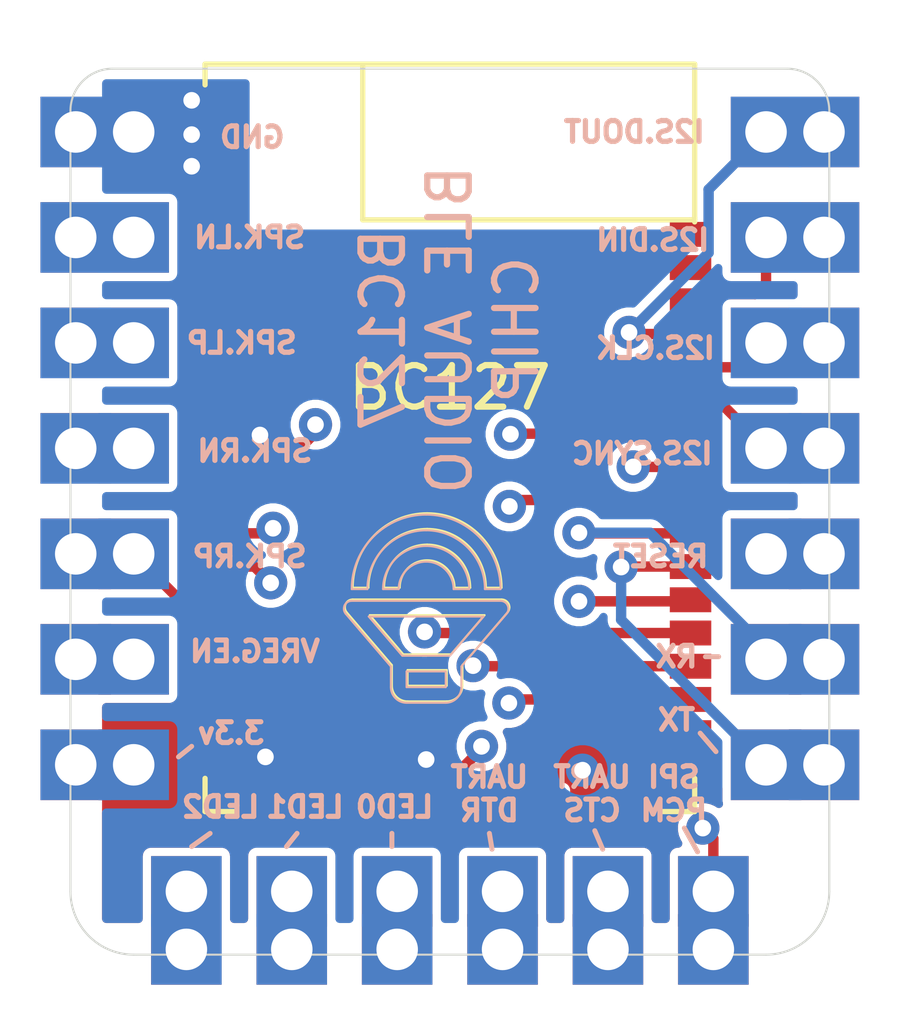
<source format=kicad_pcb>
(kicad_pcb (version 20171130) (host pcbnew "(5.1.6)-1")

  (general
    (thickness 1.6)
    (drawings 105)
    (tracks 141)
    (zones 0)
    (modules 7)
    (nets 44)
  )

  (page A4)
  (layers
    (0 F.Cu power)
    (1 In1.Cu signal)
    (2 In2.Cu signal)
    (31 B.Cu power)
    (32 B.Adhes user)
    (33 F.Adhes user)
    (34 B.Paste user)
    (35 F.Paste user)
    (36 B.SilkS user)
    (37 F.SilkS user)
    (38 B.Mask user)
    (39 F.Mask user)
    (40 Dwgs.User user)
    (41 Cmts.User user)
    (42 Eco1.User user)
    (43 Eco2.User user)
    (44 Edge.Cuts user)
    (45 Margin user)
    (46 B.CrtYd user hide)
    (47 F.CrtYd user hide)
    (48 B.Fab user)
    (49 F.Fab user hide)
  )

  (setup
    (last_trace_width 0.25)
    (trace_clearance 0.2)
    (zone_clearance 0.508)
    (zone_45_only no)
    (trace_min 0.2)
    (via_size 0.8)
    (via_drill 0.4)
    (via_min_size 0.4)
    (via_min_drill 0.3)
    (uvia_size 0.3)
    (uvia_drill 0.1)
    (uvias_allowed no)
    (uvia_min_size 0.2)
    (uvia_min_drill 0.1)
    (edge_width 0.05)
    (segment_width 0.2)
    (pcb_text_width 0.3)
    (pcb_text_size 1.5 1.5)
    (mod_edge_width 0.12)
    (mod_text_size 1 1)
    (mod_text_width 0.15)
    (pad_size 1.524 1.524)
    (pad_drill 0.762)
    (pad_to_mask_clearance 0.05)
    (aux_axis_origin 0 0)
    (visible_elements FFFFFD7F)
    (pcbplotparams
      (layerselection 0x010fc_ffffffff)
      (usegerberextensions false)
      (usegerberattributes true)
      (usegerberadvancedattributes true)
      (creategerberjobfile true)
      (excludeedgelayer true)
      (linewidth 0.100000)
      (plotframeref false)
      (viasonmask false)
      (mode 1)
      (useauxorigin false)
      (hpglpennumber 1)
      (hpglpenspeed 20)
      (hpglpendiameter 15.000000)
      (psnegative false)
      (psa4output false)
      (plotreference true)
      (plotvalue true)
      (plotinvisibletext false)
      (padsonsilk false)
      (subtractmaskfromsilk false)
      (outputformat 1)
      (mirror false)
      (drillshape 1)
      (scaleselection 1)
      (outputdirectory ""))
  )

  (net 0 "")
  (net 1 LED2)
  (net 2 LED1)
  (net 3 LED0)
  (net 4 3.3v+)
  (net 5 VREGEN)
  (net 6 SPKR-RP)
  (net 7 SPKR-RN)
  (net 8 SPKR-LP)
  (net 9 SPKR-LN)
  (net 10 GND)
  (net 11 UART_CTS)
  (net 12 UART_TX)
  (net 13 UART_RX)
  (net 14 UART_RTS-DTR)
  (net 15 RESET_ActiveHi)
  (net 16 SPI-PCM_SELECT)
  (net 17 I2S_SYNC)
  (net 18 I2S_DCLK)
  (net 19 I2S_DOUT)
  (net 20 I2S_DIN)
  (net 21 "Net-(U1-Pad5)")
  (net 22 "Net-(U1-Pad6)")
  (net 23 "Net-(U1-Pad7)")
  (net 24 "Net-(U1-Pad8)")
  (net 25 "Net-(U1-Pad9)")
  (net 26 "Net-(U1-Pad10)")
  (net 27 "Net-(U1-Pad12)")
  (net 28 "Net-(U1-Pad17)")
  (net 29 "Net-(U1-Pad18)")
  (net 30 "Net-(U1-Pad19)")
  (net 31 "Net-(U1-Pad20)")
  (net 32 "Net-(U1-Pad21)")
  (net 33 "Net-(U1-Pad35)")
  (net 34 "Net-(U1-Pad23)")
  (net 35 "Net-(U1-Pad24)")
  (net 36 "Net-(U1-Pad25)")
  (net 37 "Net-(U1-Pad26)")
  (net 38 "Net-(U1-Pad29)")
  (net 39 "Net-(U1-Pad30)")
  (net 40 "Net-(U1-Pad31)")
  (net 41 "Net-(U1-Pad36)")
  (net 42 "Net-(U1-Pad50)")
  (net 43 "Net-(U1-Pad51)")

  (net_class Default "This is the default net class."
    (clearance 0.2)
    (trace_width 0.25)
    (via_dia 0.8)
    (via_drill 0.4)
    (uvia_dia 0.3)
    (uvia_drill 0.1)
    (add_net 3.3v+)
    (add_net GND)
    (add_net I2S_DCLK)
    (add_net I2S_DIN)
    (add_net I2S_DOUT)
    (add_net I2S_SYNC)
    (add_net LED0)
    (add_net LED1)
    (add_net LED2)
    (add_net "Net-(U1-Pad10)")
    (add_net "Net-(U1-Pad12)")
    (add_net "Net-(U1-Pad17)")
    (add_net "Net-(U1-Pad18)")
    (add_net "Net-(U1-Pad19)")
    (add_net "Net-(U1-Pad20)")
    (add_net "Net-(U1-Pad21)")
    (add_net "Net-(U1-Pad23)")
    (add_net "Net-(U1-Pad24)")
    (add_net "Net-(U1-Pad25)")
    (add_net "Net-(U1-Pad26)")
    (add_net "Net-(U1-Pad29)")
    (add_net "Net-(U1-Pad30)")
    (add_net "Net-(U1-Pad31)")
    (add_net "Net-(U1-Pad35)")
    (add_net "Net-(U1-Pad36)")
    (add_net "Net-(U1-Pad5)")
    (add_net "Net-(U1-Pad50)")
    (add_net "Net-(U1-Pad51)")
    (add_net "Net-(U1-Pad6)")
    (add_net "Net-(U1-Pad7)")
    (add_net "Net-(U1-Pad8)")
    (add_net "Net-(U1-Pad9)")
    (add_net RESET_ActiveHi)
    (add_net SPI-PCM_SELECT)
    (add_net SPKR-LN)
    (add_net SPKR-LP)
    (add_net SPKR-RN)
    (add_net SPKR-RP)
    (add_net UART_CTS)
    (add_net UART_RTS-DTR)
    (add_net UART_RX)
    (add_net UART_TX)
    (add_net VREGEN)
  )

  (module Socket_Strips:Socket_Strip_Straight_1x07_Pitch2.54mm (layer F.Cu) (tedit 5F96601B) (tstamp 5F9AD609)
    (at 148.717 96.52 180)
    (descr "Through hole straight socket strip, 1x07, 2.54mm pitch, single row")
    (tags "Through hole socket strip THT 1x07 2.54mm single row")
    (path /5F9C8D31)
    (fp_text reference J3 (at 0 -2.33 180) (layer F.SilkS) hide
      (effects (font (size 1 1) (thickness 0.15)))
    )
    (fp_text value Conn_01x07_MountingPin (at 0 17.57 180) (layer F.Fab)
      (effects (font (size 1 1) (thickness 0.15)))
    )
    (fp_line (start 1.8 -1.8) (end -1.8 -1.8) (layer F.CrtYd) (width 0.05))
    (fp_line (start 1.8 17.05) (end 1.8 -1.8) (layer F.CrtYd) (width 0.05))
    (fp_line (start -1.8 17.05) (end 1.8 17.05) (layer F.CrtYd) (width 0.05))
    (fp_line (start -1.8 -1.8) (end -1.8 17.05) (layer F.CrtYd) (width 0.05))
    (fp_line (start 1.27 -1.27) (end -1.27 -1.27) (layer F.Fab) (width 0.1))
    (fp_line (start 1.27 16.51) (end 1.27 -1.27) (layer F.Fab) (width 0.1))
    (fp_line (start -1.27 16.51) (end 1.27 16.51) (layer F.Fab) (width 0.1))
    (fp_line (start -1.27 -1.27) (end -1.27 16.51) (layer F.Fab) (width 0.1))
    (fp_text user %R (at 0 -2.33 180) (layer F.Fab)
      (effects (font (size 1 1) (thickness 0.15)))
    )
    (pad 1 thru_hole rect (at 0 0 180) (size 1.7 1.7) (drill 1) (layers *.Cu *.Mask)
      (net 12 UART_TX))
    (pad 2 thru_hole rect (at 0 2.54 180) (size 1.7 1.7) (drill 1) (layers *.Cu *.Mask)
      (net 13 UART_RX))
    (pad 3 thru_hole rect (at 0 5.08 180) (size 1.7 1.7) (drill 1) (layers *.Cu *.Mask)
      (net 15 RESET_ActiveHi))
    (pad 4 thru_hole rect (at 0 7.62 180) (size 1.7 1.7) (drill 1) (layers *.Cu *.Mask)
      (net 17 I2S_SYNC))
    (pad 5 thru_hole rect (at 0 10.16 180) (size 1.7 1.7) (drill 1) (layers *.Cu *.Mask)
      (net 18 I2S_DCLK))
    (pad 6 thru_hole rect (at 0 12.7 180) (size 1.7 1.7) (drill 1) (layers *.Cu *.Mask)
      (net 20 I2S_DIN))
    (pad 7 thru_hole rect (at 0 15.24 180) (size 1.7 1.7) (drill 1) (layers *.Cu *.Mask)
      (net 19 I2S_DOUT))
  )

  (module Socket_Strips:Socket_Strip_Straight_1x06_Pitch2.54mm (layer F.Cu) (tedit 5F965FAF) (tstamp 5F9AD5AA)
    (at 133.35 100.965 90)
    (descr "Through hole straight socket strip, 1x06, 2.54mm pitch, single row")
    (tags "Through hole socket strip THT 1x06 2.54mm single row")
    (path /5F9B80AF)
    (fp_text reference J2 (at 0 -2.33 90) (layer F.SilkS) hide
      (effects (font (size 1 1) (thickness 0.15)))
    )
    (fp_text value 3 (at 0 15.03 90) (layer F.Fab)
      (effects (font (size 1 1) (thickness 0.15)))
    )
    (fp_line (start 1.8 -1.8) (end -1.8 -1.8) (layer F.CrtYd) (width 0.05))
    (fp_line (start 1.8 14.5) (end 1.8 -1.8) (layer F.CrtYd) (width 0.05))
    (fp_line (start -1.8 14.5) (end 1.8 14.5) (layer F.CrtYd) (width 0.05))
    (fp_line (start -1.8 -1.8) (end -1.8 14.5) (layer F.CrtYd) (width 0.05))
    (fp_line (start 1.27 -1.27) (end -1.27 -1.27) (layer F.Fab) (width 0.1))
    (fp_line (start 1.27 13.97) (end 1.27 -1.27) (layer F.Fab) (width 0.1))
    (fp_line (start -1.27 13.97) (end 1.27 13.97) (layer F.Fab) (width 0.1))
    (fp_line (start -1.27 -1.27) (end -1.27 13.97) (layer F.Fab) (width 0.1))
    (fp_text user %R (at 0 -2.33 90) (layer F.Fab)
      (effects (font (size 1 1) (thickness 0.15)))
    )
    (pad 1 thru_hole rect (at 0 0 90) (size 1.7 1.7) (drill 1) (layers *.Cu *.Mask)
      (net 1 LED2))
    (pad 2 thru_hole rect (at 0 2.54 90) (size 1.7 1.7) (drill 1) (layers *.Cu *.Mask)
      (net 2 LED1))
    (pad 3 thru_hole rect (at 0 5.08 90) (size 1.7 1.7) (drill 1) (layers *.Cu *.Mask)
      (net 3 LED0))
    (pad 4 thru_hole rect (at 0 7.62 90) (size 1.7 1.7) (drill 1) (layers *.Cu *.Mask)
      (net 14 UART_RTS-DTR))
    (pad 5 thru_hole rect (at 0 10.16 90) (size 1.7 1.7) (drill 1) (layers *.Cu *.Mask)
      (net 11 UART_CTS))
    (pad 6 thru_hole rect (at 0 12.7 90) (size 1.7 1.7) (drill 1) (layers *.Cu *.Mask)
      (net 16 SPI-PCM_SELECT))
  )

  (module Socket_Strips:Socket_Strip_Straight_1x07_Pitch2.54mm (layer F.Cu) (tedit 5F965F4E) (tstamp 5F9AD571)
    (at 130.683 81.28)
    (descr "Through hole straight socket strip, 1x07, 2.54mm pitch, single row")
    (tags "Through hole socket strip THT 1x07 2.54mm single row")
    (path /5F9CBD6C)
    (fp_text reference J1 (at 0 -2.33) (layer F.SilkS) hide
      (effects (font (size 1 1) (thickness 0.15)))
    )
    (fp_text value Conn_01x07_MountingPin (at 0 17.57) (layer F.Fab)
      (effects (font (size 1 1) (thickness 0.15)))
    )
    (fp_text user %R (at 0 -2.33) (layer F.Fab)
      (effects (font (size 1 1) (thickness 0.15)))
    )
    (fp_line (start -1.27 -1.27) (end -1.27 16.51) (layer F.Fab) (width 0.1))
    (fp_line (start -1.27 16.51) (end 1.27 16.51) (layer F.Fab) (width 0.1))
    (fp_line (start 1.27 16.51) (end 1.27 -1.27) (layer F.Fab) (width 0.1))
    (fp_line (start 1.27 -1.27) (end -1.27 -1.27) (layer F.Fab) (width 0.1))
    (fp_line (start -1.8 -1.8) (end -1.8 17.05) (layer F.CrtYd) (width 0.05))
    (fp_line (start -1.8 17.05) (end 1.8 17.05) (layer F.CrtYd) (width 0.05))
    (fp_line (start 1.8 17.05) (end 1.8 -1.8) (layer F.CrtYd) (width 0.05))
    (fp_line (start 1.8 -1.8) (end -1.8 -1.8) (layer F.CrtYd) (width 0.05))
    (pad 7 thru_hole rect (at 0 15.24) (size 1.7 1.7) (drill 1) (layers *.Cu *.Mask)
      (net 4 3.3v+))
    (pad 6 thru_hole rect (at 0 12.7) (size 1.7 1.7) (drill 1) (layers *.Cu *.Mask)
      (net 5 VREGEN))
    (pad 5 thru_hole rect (at 0 10.16) (size 1.7 1.7) (drill 1) (layers *.Cu *.Mask)
      (net 6 SPKR-RP))
    (pad 4 thru_hole rect (at 0 7.62) (size 1.7 1.7) (drill 1) (layers *.Cu *.Mask)
      (net 7 SPKR-RN))
    (pad 3 thru_hole rect (at 0 5.08) (size 1.7 1.7) (drill 1) (layers *.Cu *.Mask)
      (net 8 SPKR-LP))
    (pad 2 thru_hole rect (at 0 2.54) (size 1.7 1.7) (drill 1) (layers *.Cu *.Mask)
      (net 9 SPKR-LN))
    (pad 1 thru_hole rect (at 0 0) (size 1.7 1.7) (drill 1) (layers *.Cu *.Mask)
      (net 10 GND))
  )

  (module Socket_Strips:Socket_Strip_Straight_1x07_Pitch2.54mm (layer F.Cu) (tedit 5F96601B) (tstamp 5F977422)
    (at 147.32 96.52 180)
    (descr "Through hole straight socket strip, 1x07, 2.54mm pitch, single row")
    (tags "Through hole socket strip THT 1x07 2.54mm single row")
    (path /5F9C8D31)
    (fp_text reference J3 (at 0 -2.33 180) (layer F.SilkS) hide
      (effects (font (size 1 1) (thickness 0.15)))
    )
    (fp_text value Conn_01x07_MountingPin (at 0 17.57 180) (layer F.Fab)
      (effects (font (size 1 1) (thickness 0.15)))
    )
    (fp_text user %R (at 0 -2.33 180) (layer F.Fab)
      (effects (font (size 1 1) (thickness 0.15)))
    )
    (fp_line (start -1.27 -1.27) (end -1.27 16.51) (layer F.Fab) (width 0.1))
    (fp_line (start -1.27 16.51) (end 1.27 16.51) (layer F.Fab) (width 0.1))
    (fp_line (start 1.27 16.51) (end 1.27 -1.27) (layer F.Fab) (width 0.1))
    (fp_line (start 1.27 -1.27) (end -1.27 -1.27) (layer F.Fab) (width 0.1))
    (fp_line (start -1.8 -1.8) (end -1.8 17.05) (layer F.CrtYd) (width 0.05))
    (fp_line (start -1.8 17.05) (end 1.8 17.05) (layer F.CrtYd) (width 0.05))
    (fp_line (start 1.8 17.05) (end 1.8 -1.8) (layer F.CrtYd) (width 0.05))
    (fp_line (start 1.8 -1.8) (end -1.8 -1.8) (layer F.CrtYd) (width 0.05))
    (pad 7 thru_hole rect (at 0 15.24 180) (size 1.7 1.7) (drill 1) (layers *.Cu *.Mask)
      (net 19 I2S_DOUT))
    (pad 6 thru_hole rect (at 0 12.7 180) (size 1.7 1.7) (drill 1) (layers *.Cu *.Mask)
      (net 20 I2S_DIN))
    (pad 5 thru_hole rect (at 0 10.16 180) (size 1.7 1.7) (drill 1) (layers *.Cu *.Mask)
      (net 18 I2S_DCLK))
    (pad 4 thru_hole rect (at 0 7.62 180) (size 1.7 1.7) (drill 1) (layers *.Cu *.Mask)
      (net 17 I2S_SYNC))
    (pad 3 thru_hole rect (at 0 5.08 180) (size 1.7 1.7) (drill 1) (layers *.Cu *.Mask)
      (net 15 RESET_ActiveHi))
    (pad 2 thru_hole rect (at 0 2.54 180) (size 1.7 1.7) (drill 1) (layers *.Cu *.Mask)
      (net 13 UART_RX))
    (pad 1 thru_hole rect (at 0 0 180) (size 1.7 1.7) (drill 1) (layers *.Cu *.Mask)
      (net 12 UART_TX))
    (model ${KISYS3DMOD}/Connector_PinHeader_2.54mm.3dshapes/PinHeader_1x07_P2.54mm_Vertical.step
      (offset (xyz 0 -15.25 -1.75))
      (scale (xyz 1 1 1))
      (rotate (xyz 180 0 0))
    )
  )

  (module Socket_Strips:Socket_Strip_Straight_1x06_Pitch2.54mm (layer F.Cu) (tedit 5F965FAF) (tstamp 5F977408)
    (at 133.35 99.568 90)
    (descr "Through hole straight socket strip, 1x06, 2.54mm pitch, single row")
    (tags "Through hole socket strip THT 1x06 2.54mm single row")
    (path /5F9B80AF)
    (fp_text reference J2 (at 0 -2.33 90) (layer F.SilkS) hide
      (effects (font (size 1 1) (thickness 0.15)))
    )
    (fp_text value 3 (at 0 15.03 90) (layer F.Fab)
      (effects (font (size 1 1) (thickness 0.15)))
    )
    (fp_text user %R (at 0 -2.33 90) (layer F.Fab)
      (effects (font (size 1 1) (thickness 0.15)))
    )
    (fp_line (start -1.27 -1.27) (end -1.27 13.97) (layer F.Fab) (width 0.1))
    (fp_line (start -1.27 13.97) (end 1.27 13.97) (layer F.Fab) (width 0.1))
    (fp_line (start 1.27 13.97) (end 1.27 -1.27) (layer F.Fab) (width 0.1))
    (fp_line (start 1.27 -1.27) (end -1.27 -1.27) (layer F.Fab) (width 0.1))
    (fp_line (start -1.8 -1.8) (end -1.8 14.5) (layer F.CrtYd) (width 0.05))
    (fp_line (start -1.8 14.5) (end 1.8 14.5) (layer F.CrtYd) (width 0.05))
    (fp_line (start 1.8 14.5) (end 1.8 -1.8) (layer F.CrtYd) (width 0.05))
    (fp_line (start 1.8 -1.8) (end -1.8 -1.8) (layer F.CrtYd) (width 0.05))
    (pad 6 thru_hole rect (at 0 12.7 90) (size 1.7 1.7) (drill 1) (layers *.Cu *.Mask)
      (net 16 SPI-PCM_SELECT))
    (pad 5 thru_hole rect (at 0 10.16 90) (size 1.7 1.7) (drill 1) (layers *.Cu *.Mask)
      (net 11 UART_CTS))
    (pad 4 thru_hole rect (at 0 7.62 90) (size 1.7 1.7) (drill 1) (layers *.Cu *.Mask)
      (net 14 UART_RTS-DTR))
    (pad 3 thru_hole rect (at 0 5.08 90) (size 1.7 1.7) (drill 1) (layers *.Cu *.Mask)
      (net 3 LED0))
    (pad 2 thru_hole rect (at 0 2.54 90) (size 1.7 1.7) (drill 1) (layers *.Cu *.Mask)
      (net 2 LED1))
    (pad 1 thru_hole rect (at 0 0 90) (size 1.7 1.7) (drill 1) (layers *.Cu *.Mask)
      (net 1 LED2))
    (model ${KISYS3DMOD}/Connector_PinHeader_2.54mm.3dshapes/PinHeader_1x06_P2.54mm_Vertical.step
      (offset (xyz 0 -12.75 -1.75))
      (scale (xyz 1 1 1))
      (rotate (xyz 180 0 0))
    )
  )

  (module Socket_Strips:Socket_Strip_Straight_1x07_Pitch2.54mm (layer F.Cu) (tedit 5F965F4E) (tstamp 5F9773EF)
    (at 132.08 81.28)
    (descr "Through hole straight socket strip, 1x07, 2.54mm pitch, single row")
    (tags "Through hole socket strip THT 1x07 2.54mm single row")
    (path /5F9CBD6C)
    (fp_text reference J1 (at 0 -2.33) (layer F.SilkS) hide
      (effects (font (size 1 1) (thickness 0.15)))
    )
    (fp_text value Conn_01x07_MountingPin (at 0 17.57) (layer F.Fab)
      (effects (font (size 1 1) (thickness 0.15)))
    )
    (fp_line (start 1.8 -1.8) (end -1.8 -1.8) (layer F.CrtYd) (width 0.05))
    (fp_line (start 1.8 17.05) (end 1.8 -1.8) (layer F.CrtYd) (width 0.05))
    (fp_line (start -1.8 17.05) (end 1.8 17.05) (layer F.CrtYd) (width 0.05))
    (fp_line (start -1.8 -1.8) (end -1.8 17.05) (layer F.CrtYd) (width 0.05))
    (fp_line (start 1.27 -1.27) (end -1.27 -1.27) (layer F.Fab) (width 0.1))
    (fp_line (start 1.27 16.51) (end 1.27 -1.27) (layer F.Fab) (width 0.1))
    (fp_line (start -1.27 16.51) (end 1.27 16.51) (layer F.Fab) (width 0.1))
    (fp_line (start -1.27 -1.27) (end -1.27 16.51) (layer F.Fab) (width 0.1))
    (fp_text user %R (at 0 -2.33) (layer F.Fab)
      (effects (font (size 1 1) (thickness 0.15)))
    )
    (pad 1 thru_hole rect (at 0 0) (size 1.7 1.7) (drill 1) (layers *.Cu *.Mask)
      (net 10 GND))
    (pad 2 thru_hole rect (at 0 2.54) (size 1.7 1.7) (drill 1) (layers *.Cu *.Mask)
      (net 9 SPKR-LN))
    (pad 3 thru_hole rect (at 0 5.08) (size 1.7 1.7) (drill 1) (layers *.Cu *.Mask)
      (net 8 SPKR-LP))
    (pad 4 thru_hole rect (at 0 7.62) (size 1.7 1.7) (drill 1) (layers *.Cu *.Mask)
      (net 7 SPKR-RN))
    (pad 5 thru_hole rect (at 0 10.16) (size 1.7 1.7) (drill 1) (layers *.Cu *.Mask)
      (net 6 SPKR-RP))
    (pad 6 thru_hole rect (at 0 12.7) (size 1.7 1.7) (drill 1) (layers *.Cu *.Mask)
      (net 5 VREGEN))
    (pad 7 thru_hole rect (at 0 15.24) (size 1.7 1.7) (drill 1) (layers *.Cu *.Mask)
      (net 4 3.3v+))
    (model ${KISYS3DMOD}/Connector_PinHeader_2.54mm.3dshapes/PinHeader_1x07_P2.54mm_Vertical.step
      (offset (xyz 0 -15.25 -1.75))
      (scale (xyz 1 1 1))
      (rotate (xyz 180 0 0))
    )
  )

  (module LGA51-0.8-18X11.8MM (layer F.Cu) (tedit 5F95EA78) (tstamp 5F9D2163)
    (at 139.7 88.646)
    (path /5F961207)
    (fp_text reference U1 (at 0 0.0762) (layer F.SilkS) hide
      (effects (font (size 0.640396 0.640396) (thickness 0.015)))
    )
    (fp_text value "MOUDLE-BLUETOOTH-AUDIO-BC127(51P-18X11.8MM)" (at 5.225887 3.096137) (layer F.Fab)
      (effects (font (size 0.640525 0.640525) (thickness 0.015)))
    )
    (fp_poly (pts (xy -2.10134 -9) (xy 5.9 -9) (xy 5.9 -5.20332) (xy -2.10134 -5.20332)) (layer Dwgs.User) (width 0.01))
    (fp_poly (pts (xy -2.10126 -9) (xy 5.9 -9) (xy 5.9 -5.20313) (xy -2.10126 -5.20313)) (layer Dwgs.User) (width 0.01))
    (fp_poly (pts (xy -5.90506 -9) (xy 5.9 -9) (xy 5.9 9.00773) (xy -5.90506 9.00773)) (layer F.CrtYd) (width 0.01))
    (fp_line (start 5.9 -5.25) (end 5.9 -5.3) (layer F.SilkS) (width 0.127))
    (fp_line (start -2.1 -5.25) (end 5.9 -5.25) (layer F.SilkS) (width 0.127))
    (fp_line (start -2.1 -9) (end -2.1 -5.25) (layer F.SilkS) (width 0.127))
    (fp_line (start 5.9 -5.3) (end 5.9 -9) (layer F.SilkS) (width 0.127))
    (fp_line (start 5.9 -5.2) (end 5.9 -5.25) (layer F.SilkS) (width 0.127))
    (fp_line (start 5.9 9) (end 5.9 8.2) (layer F.SilkS) (width 0.127))
    (fp_line (start 5.1 9) (end 5.9 9) (layer F.SilkS) (width 0.127))
    (fp_line (start -5.9 9) (end -5.2 9) (layer F.SilkS) (width 0.127))
    (fp_line (start -5.9 8.2) (end -5.9 9) (layer F.SilkS) (width 0.127))
    (fp_line (start -5.9 -9) (end -5.9 -8.5) (layer F.SilkS) (width 0.127))
    (fp_line (start -2.1 -9) (end -5.9 -9) (layer F.SilkS) (width 0.127))
    (fp_line (start 5.9 -9) (end -2.1 -9) (layer F.SilkS) (width 0.127))
    (pad 1 smd rect (at -5.8 -8.1) (size 1 0.6) (layers F.Cu F.Paste F.Mask)
      (net 10 GND))
    (pad 2 smd rect (at -5.8 -7.3) (size 1 0.6) (layers F.Cu F.Paste F.Mask)
      (net 10 GND))
    (pad 3 smd rect (at -5.8 -6.5) (size 1 0.6) (layers F.Cu F.Paste F.Mask)
      (net 10 GND))
    (pad 4 smd rect (at -5.8 -5.7) (size 1 0.6) (layers F.Cu F.Paste F.Mask)
      (net 10 GND))
    (pad 5 smd rect (at -5.8 -4.9) (size 1 0.6) (layers F.Cu F.Paste F.Mask)
      (net 21 "Net-(U1-Pad5)"))
    (pad 6 smd rect (at -5.8 -4.1) (size 1 0.6) (layers F.Cu F.Paste F.Mask)
      (net 22 "Net-(U1-Pad6)"))
    (pad 7 smd rect (at -5.8 -3.3) (size 1 0.6) (layers F.Cu F.Paste F.Mask)
      (net 23 "Net-(U1-Pad7)"))
    (pad 8 smd rect (at -5.8 -2.5) (size 1 0.6) (layers F.Cu F.Paste F.Mask)
      (net 24 "Net-(U1-Pad8)"))
    (pad 9 smd rect (at -5.8 -1.7) (size 1 0.6) (layers F.Cu F.Paste F.Mask)
      (net 25 "Net-(U1-Pad9)"))
    (pad 10 smd rect (at -5.8 -0.9) (size 1 0.6) (layers F.Cu F.Paste F.Mask)
      (net 26 "Net-(U1-Pad10)"))
    (pad 11 smd rect (at -5.8 -0.1) (size 1 0.6) (layers F.Cu F.Paste F.Mask)
      (net 10 GND))
    (pad 12 smd rect (at -5.8 0.7) (size 1 0.6) (layers F.Cu F.Paste F.Mask)
      (net 27 "Net-(U1-Pad12)"))
    (pad 13 smd rect (at -5.8 1.5) (size 1 0.6) (layers F.Cu F.Paste F.Mask)
      (net 9 SPKR-LN))
    (pad 14 smd rect (at -5.8 2.3) (size 1 0.6) (layers F.Cu F.Paste F.Mask)
      (net 8 SPKR-LP))
    (pad 15 smd rect (at -5.8 3.1) (size 1 0.6) (layers F.Cu F.Paste F.Mask)
      (net 7 SPKR-RN))
    (pad 16 smd rect (at -5.8 3.9) (size 1 0.6) (layers F.Cu F.Paste F.Mask)
      (net 6 SPKR-RP))
    (pad 17 smd rect (at -5.8 4.7) (size 1 0.6) (layers F.Cu F.Paste F.Mask)
      (net 28 "Net-(U1-Pad17)"))
    (pad 18 smd rect (at -5.8 5.5) (size 1 0.6) (layers F.Cu F.Paste F.Mask)
      (net 29 "Net-(U1-Pad18)"))
    (pad 19 smd rect (at -5.8 6.3) (size 1 0.6) (layers F.Cu F.Paste F.Mask)
      (net 30 "Net-(U1-Pad19)"))
    (pad 20 smd rect (at -5.8 7.1) (size 1 0.6) (layers F.Cu F.Paste F.Mask)
      (net 31 "Net-(U1-Pad20)"))
    (pad 21 smd rect (at -5.8 7.9) (size 1 0.6) (layers F.Cu F.Paste F.Mask)
      (net 32 "Net-(U1-Pad21)"))
    (pad 22 smd rect (at -4.8 9) (size 0.6 1) (layers F.Cu F.Paste F.Mask)
      (net 10 GND))
    (pad 35 smd rect (at 5.8 7.9) (size 1 0.6) (layers F.Cu F.Paste F.Mask)
      (net 33 "Net-(U1-Pad35)"))
    (pad 23 smd rect (at -4 9) (size 0.6 1) (layers F.Cu F.Paste F.Mask)
      (net 34 "Net-(U1-Pad23)"))
    (pad 24 smd rect (at -3.2 9) (size 0.6 1) (layers F.Cu F.Paste F.Mask)
      (net 35 "Net-(U1-Pad24)"))
    (pad 25 smd rect (at -2.4 9) (size 0.6 1) (layers F.Cu F.Paste F.Mask)
      (net 36 "Net-(U1-Pad25)"))
    (pad 26 smd rect (at -1.6 9) (size 0.6 1) (layers F.Cu F.Paste F.Mask)
      (net 37 "Net-(U1-Pad26)"))
    (pad 27 smd rect (at -0.8 9) (size 0.6 1) (layers F.Cu F.Paste F.Mask)
      (net 10 GND))
    (pad 28 smd rect (at 0 9) (size 0.6 1) (layers F.Cu F.Paste F.Mask)
      (net 5 VREGEN))
    (pad 29 smd rect (at 0.8 9) (size 0.6 1) (layers F.Cu F.Paste F.Mask)
      (net 38 "Net-(U1-Pad29)"))
    (pad 30 smd rect (at 1.6 9) (size 0.6 1) (layers F.Cu F.Paste F.Mask)
      (net 39 "Net-(U1-Pad30)"))
    (pad 31 smd rect (at 2.4 9) (size 0.6 1) (layers F.Cu F.Paste F.Mask)
      (net 40 "Net-(U1-Pad31)"))
    (pad 32 smd rect (at 3.2 9) (size 0.6 1) (layers F.Cu F.Paste F.Mask)
      (net 4 3.3v+))
    (pad 33 smd rect (at 4 9) (size 0.6 1) (layers F.Cu F.Paste F.Mask)
      (net 4 3.3v+))
    (pad 34 smd rect (at 4.8 9) (size 0.6 1) (layers F.Cu F.Paste F.Mask)
      (net 4 3.3v+))
    (pad 36 smd rect (at 5.8 7.1) (size 1 0.6) (layers F.Cu F.Paste F.Mask)
      (net 41 "Net-(U1-Pad36)"))
    (pad 37 smd rect (at 5.8 6.3) (size 1 0.6) (layers F.Cu F.Paste F.Mask)
      (net 3 LED0))
    (pad 38 smd rect (at 5.8 5.5) (size 1 0.6) (layers F.Cu F.Paste F.Mask)
      (net 2 LED1))
    (pad 39 smd rect (at 5.8 4.7) (size 1 0.6) (layers F.Cu F.Paste F.Mask)
      (net 1 LED2))
    (pad 40 smd rect (at 5.8 3.9) (size 1 0.6) (layers F.Cu F.Paste F.Mask)
      (net 11 UART_CTS))
    (pad 41 smd rect (at 5.8 3.1) (size 1 0.6) (layers F.Cu F.Paste F.Mask)
      (net 12 UART_TX))
    (pad 42 smd rect (at 5.8 2.3) (size 1 0.6) (layers F.Cu F.Paste F.Mask)
      (net 13 UART_RX))
    (pad 43 smd rect (at 5.8 1.5) (size 1 0.6) (layers F.Cu F.Paste F.Mask)
      (net 14 UART_RTS-DTR))
    (pad 44 smd rect (at 5.8 0.7) (size 1 0.6) (layers F.Cu F.Paste F.Mask)
      (net 15 RESET_ActiveHi))
    (pad 45 smd rect (at 5.8 -0.1) (size 1 0.6) (layers F.Cu F.Paste F.Mask)
      (net 16 SPI-PCM_SELECT))
    (pad 46 smd rect (at 5.8 -0.9) (size 1 0.6) (layers F.Cu F.Paste F.Mask)
      (net 17 I2S_SYNC))
    (pad 47 smd rect (at 5.8 -1.7) (size 1 0.6) (layers F.Cu F.Paste F.Mask)
      (net 18 I2S_DCLK))
    (pad 48 smd rect (at 5.8 -2.5) (size 1 0.6) (layers F.Cu F.Paste F.Mask)
      (net 19 I2S_DOUT))
    (pad 49 smd rect (at 5.8 -3.3) (size 1 0.6) (layers F.Cu F.Paste F.Mask)
      (net 20 I2S_DIN))
    (pad 50 smd rect (at 5.8 -4.1) (size 1 0.6) (layers F.Cu F.Paste F.Mask)
      (net 42 "Net-(U1-Pad50)"))
    (pad 51 smd rect (at 5.8 -4.9) (size 1 0.6) (layers F.Cu F.Paste F.Mask)
      (net 43 "Net-(U1-Pad51)"))
  )

  (gr_text BC127 (at 139.7 87.4395) (layer F.SilkS) (tstamp 5F9D22EE)
    (effects (font (size 1 1) (thickness 0.15)))
  )
  (gr_curve (pts (xy 140.56895 92.25465) (xy 140.56895 92.25465) (xy 140.9466 92.25465) (xy 140.9466 92.25465)) (layer F.SilkS) (width 0.05))
  (gr_curve (pts (xy 139.15275 90.4608) (xy 138.1636 90.4608) (xy 137.3589 91.26555) (xy 137.3589 92.25465)) (layer F.SilkS) (width 0.05))
  (gr_curve (pts (xy 140.9466 92.25465) (xy 140.9466 91.26555) (xy 140.14185 90.4608) (xy 139.15275 90.4608)) (layer F.SilkS) (width 0.05))
  (gr_curve (pts (xy 137.73655 92.25465) (xy 137.73655 91.4738) (xy 138.3718 90.83845) (xy 139.15275 90.83845)) (layer F.SilkS) (width 0.05))
  (gr_curve (pts (xy 139.15275 90.83845) (xy 139.933699 90.83845) (xy 140.56895 91.4738) (xy 140.56895 92.25465)) (layer F.SilkS) (width 0.05))
  (gr_curve (pts (xy 137.3589 92.25465) (xy 137.3589 92.25465) (xy 137.73655 92.25465) (xy 137.73655 92.25465)) (layer F.SilkS) (width 0.05))
  (gr_curve (pts (xy 138.6807 94.23735) (xy 138.6807 94.23735) (xy 139.6248 94.23735) (xy 139.6248 94.23735)) (layer F.SilkS) (width 0.05))
  (gr_curve (pts (xy 137.76945 92.91555) (xy 137.76945 92.91555) (xy 140.53605 92.91555) (xy 140.53605 92.91555)) (layer F.SilkS) (width 0.05))
  (gr_curve (pts (xy 139.7268 93.8597) (xy 139.7268 93.8597) (xy 138.5787 93.8597) (xy 138.5787 93.8597)) (layer F.SilkS) (width 0.05))
  (gr_curve (pts (xy 138.5787 93.8597) (xy 138.5787 93.8597) (xy 137.76945 92.91555) (xy 137.76945 92.91555)) (layer F.SilkS) (width 0.05))
  (gr_curve (pts (xy 139.15275 91.59375) (xy 139.51715 91.59375) (xy 139.81365 91.89025) (xy 139.81365 92.25465)) (layer F.SilkS) (width 0.05))
  (gr_curve (pts (xy 140.53605 92.91555) (xy 140.53605 92.91555) (xy 139.7268 93.8597) (xy 139.7268 93.8597)) (layer F.SilkS) (width 0.05))
  (gr_curve (pts (xy 140.1913 92.25465) (xy 140.1913 91.6821) (xy 139.7254 91.2161) (xy 139.15275 91.2161)) (layer F.SilkS) (width 0.05))
  (gr_curve (pts (xy 139.81365 92.25465) (xy 139.81365 92.25465) (xy 140.1913 92.25465) (xy 140.1913 92.25465)) (layer F.SilkS) (width 0.05))
  (gr_curve (pts (xy 138.49185 92.25465) (xy 138.49185 91.89025) (xy 138.78835 91.59375) (xy 139.15275 91.59375)) (layer F.SilkS) (width 0.05))
  (gr_curve (pts (xy 139.15275 91.2161) (xy 138.5801 91.2161) (xy 138.1142 91.6821) (xy 138.1142 92.25465)) (layer F.SilkS) (width 0.05))
  (gr_curve (pts (xy 138.1142 92.25465) (xy 138.1142 92.25465) (xy 138.49185 92.25465) (xy 138.49185 92.25465)) (layer F.SilkS) (width 0.05))
  (gr_curve (pts (xy 139.6248 94.615) (xy 139.6248 94.615) (xy 138.6807 94.615) (xy 138.6807 94.615)) (layer F.SilkS) (width 0.05))
  (gr_curve (pts (xy 139.6248 94.23735) (xy 139.6248 94.23735) (xy 139.6248 94.615) (xy 139.6248 94.615)) (layer F.SilkS) (width 0.05))
  (gr_curve (pts (xy 140.9466 92.5379) (xy 140.9466 92.5379) (xy 137.3589 92.5379) (xy 137.3589 92.5379)) (layer F.SilkS) (width 0.05))
  (gr_curve (pts (xy 141.13545 92.7267) (xy 141.13545 92.7) (xy 141.1297 92.67305) (xy 141.1182 92.6478)) (layer F.SilkS) (width 0.05))
  (gr_curve (pts (xy 140.00245 94.615) (xy 140.00245 94.615) (xy 140.00245 94.1184) (xy 140.00245 94.1184)) (layer F.SilkS) (width 0.05))
  (gr_curve (pts (xy 140.00245 94.1184) (xy 140.00245 94.1184) (xy 141.08995 92.8497) (xy 141.08995 92.8497)) (layer F.SilkS) (width 0.05))
  (gr_curve (pts (xy 139.6248 94.99265) (xy 139.833099 94.99265) (xy 140.00245 94.82325) (xy 140.00245 94.615)) (layer F.SilkS) (width 0.05))
  (gr_curve (pts (xy 141.08995 92.8497) (xy 141.11985 92.81465) (xy 141.13545 92.770949) (xy 141.13545 92.7267)) (layer F.SilkS) (width 0.05))
  (gr_curve (pts (xy 137.3589 92.5379) (xy 137.28515 92.5379) (xy 137.2182 92.58085) (xy 137.1873 92.6478)) (layer F.SilkS) (width 0.05))
  (gr_curve (pts (xy 141.1182 92.6478) (xy 141.0873 92.58085) (xy 141.0204 92.5379) (xy 140.9466 92.5379)) (layer F.SilkS) (width 0.05))
  (gr_curve (pts (xy 138.6807 94.615) (xy 138.6807 94.615) (xy 138.6807 94.23735) (xy 138.6807 94.23735)) (layer F.SilkS) (width 0.05))
  (gr_curve (pts (xy 138.303 94.1184) (xy 138.303 94.1184) (xy 138.303 94.615) (xy 138.303 94.615)) (layer F.SilkS) (width 0.05))
  (gr_curve (pts (xy 138.6807 94.99265) (xy 138.6807 94.99265) (xy 139.6248 94.99265) (xy 139.6248 94.99265)) (layer F.SilkS) (width 0.05))
  (gr_curve (pts (xy 137.2155 92.8497) (xy 137.2155 92.8497) (xy 138.303 94.1184) (xy 138.303 94.1184)) (layer F.SilkS) (width 0.05))
  (gr_curve (pts (xy 137.1873 92.6478) (xy 137.1565 92.7149) (xy 137.16755 92.79365) (xy 137.2155 92.8497)) (layer F.SilkS) (width 0.05))
  (gr_curve (pts (xy 138.303 94.615) (xy 138.303 94.82325) (xy 138.4724 94.99265) (xy 138.6807 94.99265)) (layer F.SilkS) (width 0.05))
  (gr_curve (pts (xy 141.1112 92.7601) (xy 141.1112 92.7334) (xy 141.10545 92.70645) (xy 141.09395 92.6812)) (layer B.SilkS) (width 0.05))
  (gr_curve (pts (xy 137.16305 92.6812) (xy 137.13225 92.7483) (xy 137.1433 92.82705) (xy 137.19125 92.8831)) (layer B.SilkS) (width 0.05))
  (gr_curve (pts (xy 139.1285 90.4942) (xy 138.13935 90.4942) (xy 137.33465 91.29895) (xy 137.33465 92.28805)) (layer B.SilkS) (width 0.05))
  (gr_curve (pts (xy 137.33465 92.28805) (xy 137.33465 92.28805) (xy 137.7123 92.28805) (xy 137.7123 92.28805)) (layer B.SilkS) (width 0.05))
  (gr_curve (pts (xy 141.09395 92.6812) (xy 141.06305 92.61425) (xy 140.99615 92.5713) (xy 140.92235 92.5713)) (layer B.SilkS) (width 0.05))
  (gr_curve (pts (xy 137.7452 92.94895) (xy 137.7452 92.94895) (xy 140.5118 92.94895) (xy 140.5118 92.94895)) (layer B.SilkS) (width 0.05))
  (gr_curve (pts (xy 139.60055 94.6484) (xy 139.60055 94.6484) (xy 138.65645 94.6484) (xy 138.65645 94.6484)) (layer B.SilkS) (width 0.05))
  (gr_curve (pts (xy 139.7894 92.28805) (xy 139.7894 92.28805) (xy 140.16705 92.28805) (xy 140.16705 92.28805)) (layer B.SilkS) (width 0.05))
  (gr_curve (pts (xy 138.27875 94.1518) (xy 138.27875 94.1518) (xy 138.27875 94.6484) (xy 138.27875 94.6484)) (layer B.SilkS) (width 0.05))
  (gr_curve (pts (xy 140.92235 92.28805) (xy 140.92235 91.29895) (xy 140.1176 90.4942) (xy 139.1285 90.4942)) (layer B.SilkS) (width 0.05))
  (gr_curve (pts (xy 139.1285 91.62715) (xy 139.4929 91.62715) (xy 139.7894 91.92365) (xy 139.7894 92.28805)) (layer B.SilkS) (width 0.05))
  (gr_curve (pts (xy 138.27875 94.6484) (xy 138.27875 94.85665) (xy 138.44815 95.02605) (xy 138.65645 95.02605)) (layer B.SilkS) (width 0.05))
  (gr_curve (pts (xy 138.08995 92.28805) (xy 138.08995 92.28805) (xy 138.4676 92.28805) (xy 138.4676 92.28805)) (layer B.SilkS) (width 0.05))
  (gr_curve (pts (xy 141.0657 92.8831) (xy 141.0956 92.84805) (xy 141.1112 92.804349) (xy 141.1112 92.7601)) (layer B.SilkS) (width 0.05))
  (gr_curve (pts (xy 140.5447 92.28805) (xy 140.5447 92.28805) (xy 140.92235 92.28805) (xy 140.92235 92.28805)) (layer B.SilkS) (width 0.05))
  (gr_curve (pts (xy 139.60055 94.27075) (xy 139.60055 94.27075) (xy 139.60055 94.6484) (xy 139.60055 94.6484)) (layer B.SilkS) (width 0.05))
  (gr_curve (pts (xy 140.92235 92.5713) (xy 140.92235 92.5713) (xy 137.33465 92.5713) (xy 137.33465 92.5713)) (layer B.SilkS) (width 0.05))
  (gr_curve (pts (xy 138.65645 95.02605) (xy 138.65645 95.02605) (xy 139.60055 95.02605) (xy 139.60055 95.02605)) (layer B.SilkS) (width 0.05))
  (gr_curve (pts (xy 139.1285 90.87185) (xy 139.909449 90.87185) (xy 140.5447 91.5072) (xy 140.5447 92.28805)) (layer B.SilkS) (width 0.05))
  (gr_curve (pts (xy 139.9782 94.1518) (xy 139.9782 94.1518) (xy 141.0657 92.8831) (xy 141.0657 92.8831)) (layer B.SilkS) (width 0.05))
  (gr_curve (pts (xy 137.7123 92.28805) (xy 137.7123 91.5072) (xy 138.34755 90.87185) (xy 139.1285 90.87185)) (layer B.SilkS) (width 0.05))
  (gr_curve (pts (xy 139.60055 95.02605) (xy 139.808849 95.02605) (xy 139.9782 94.85665) (xy 139.9782 94.6484)) (layer B.SilkS) (width 0.05))
  (gr_curve (pts (xy 138.4676 92.28805) (xy 138.4676 91.92365) (xy 138.7641 91.62715) (xy 139.1285 91.62715)) (layer B.SilkS) (width 0.05))
  (gr_curve (pts (xy 139.70255 93.8931) (xy 139.70255 93.8931) (xy 138.55445 93.8931) (xy 138.55445 93.8931)) (layer B.SilkS) (width 0.05))
  (gr_curve (pts (xy 138.65645 94.27075) (xy 138.65645 94.27075) (xy 139.60055 94.27075) (xy 139.60055 94.27075)) (layer B.SilkS) (width 0.05))
  (gr_curve (pts (xy 140.16705 92.28805) (xy 140.16705 91.7155) (xy 139.70115 91.2495) (xy 139.1285 91.2495)) (layer B.SilkS) (width 0.05))
  (gr_curve (pts (xy 138.55445 93.8931) (xy 138.55445 93.8931) (xy 137.7452 92.94895) (xy 137.7452 92.94895)) (layer B.SilkS) (width 0.05))
  (gr_curve (pts (xy 140.5118 92.94895) (xy 140.5118 92.94895) (xy 139.70255 93.8931) (xy 139.70255 93.8931)) (layer B.SilkS) (width 0.05))
  (gr_curve (pts (xy 139.9782 94.6484) (xy 139.9782 94.6484) (xy 139.9782 94.1518) (xy 139.9782 94.1518)) (layer B.SilkS) (width 0.05))
  (gr_curve (pts (xy 137.33465 92.5713) (xy 137.2609 92.5713) (xy 137.19395 92.61425) (xy 137.16305 92.6812)) (layer B.SilkS) (width 0.05))
  (gr_curve (pts (xy 138.65645 94.6484) (xy 138.65645 94.6484) (xy 138.65645 94.27075) (xy 138.65645 94.27075)) (layer B.SilkS) (width 0.05))
  (gr_curve (pts (xy 137.19125 92.8831) (xy 137.19125 92.8831) (xy 138.27875 94.1518) (xy 138.27875 94.1518)) (layer B.SilkS) (width 0.05))
  (gr_curve (pts (xy 139.1285 91.2495) (xy 138.55585 91.2495) (xy 138.08995 91.7155) (xy 138.08995 92.28805)) (layer B.SilkS) (width 0.05))
  (gr_text "BC127\nBLE AUDIO\nCHIP" (at 139.7 86.0425 90) (layer B.SilkS) (tstamp 5F9D29A4)
    (effects (font (size 1 1) (thickness 0.15)) (justify mirror))
  )
  (gr_line (start 145.8595 93.9165) (end 146.177 93.9165) (layer B.SilkS) (width 0.12))
  (gr_line (start 145.7325 95.758) (end 146.1135 96.2025) (layer B.SilkS) (width 0.12))
  (gr_line (start 133.477 96.0755) (end 133.1595 96.3295) (layer B.SilkS) (width 0.12))
  (gr_line (start 138.303 98.171) (end 138.303 98.4885) (layer B.SilkS) (width 0.12))
  (gr_line (start 136.017 98.171) (end 135.763 98.4885) (layer B.SilkS) (width 0.12))
  (gr_line (start 133.9215 98.171) (end 133.477 98.4885) (layer B.SilkS) (width 0.12))
  (gr_line (start 140.6525 98.171) (end 140.716 98.552) (layer B.SilkS) (width 0.12))
  (gr_line (start 143.1925 98.1075) (end 143.383 98.552) (layer B.SilkS) (width 0.12))
  (gr_line (start 145.3515 98.044) (end 145.669 98.6155) (layer B.SilkS) (width 0.12))
  (gr_text "SPI\nPCM" (at 145.0975 97.2185) (layer B.SilkS) (tstamp 5F9AE239)
    (effects (font (size 0.5 0.5) (thickness 0.125)) (justify mirror))
  )
  (gr_text "UART\nCTS" (at 143.129 97.2185) (layer B.SilkS) (tstamp 5F9AE22D)
    (effects (font (size 0.5 0.5) (thickness 0.125)) (justify mirror))
  )
  (gr_text "UART\nDTR" (at 140.6525 97.2185) (layer B.SilkS) (tstamp 5F9AE22B)
    (effects (font (size 0.5 0.5) (thickness 0.125)) (justify mirror))
  )
  (gr_text LED0 (at 138.3665 97.536) (layer B.SilkS) (tstamp 5F9AE229)
    (effects (font (size 0.5 0.5) (thickness 0.125)) (justify mirror))
  )
  (gr_text LED1 (at 136.2075 97.536) (layer B.SilkS) (tstamp 5F9AE227)
    (effects (font (size 0.5 0.5) (thickness 0.125)) (justify mirror))
  )
  (gr_text LED2 (at 134.1755 97.536) (layer B.SilkS)
    (effects (font (size 0.5 0.5) (thickness 0.125)) (justify mirror))
  )
  (gr_text I2S.DOUT (at 144.145 81.28) (layer B.SilkS) (tstamp 5F9AE1E8)
    (effects (font (size 0.5 0.5) (thickness 0.125)) (justify mirror))
  )
  (gr_text I2S.DIN (at 144.5895 83.8835) (layer B.SilkS) (tstamp 5F9AE1E5)
    (effects (font (size 0.5 0.5) (thickness 0.125)) (justify mirror))
  )
  (gr_text I2S.CLK (at 144.653 86.487) (layer B.SilkS) (tstamp 5F9AE1E1)
    (effects (font (size 0.5 0.5) (thickness 0.125)) (justify mirror))
  )
  (gr_text I2S.SYNC (at 144.3355 89.027) (layer B.SilkS) (tstamp 5F9AE1DD)
    (effects (font (size 0.5 0.5) (thickness 0.125)) (justify mirror))
  )
  (gr_text RESET (at 144.78 91.5035) (layer B.SilkS) (tstamp 5F9AE1D9)
    (effects (font (size 0.5 0.5) (thickness 0.125)) (justify mirror))
  )
  (gr_text RX (at 145.161 93.9165) (layer B.SilkS) (tstamp 5F9AE1D5)
    (effects (font (size 0.5 0.5) (thickness 0.125)) (justify mirror))
  )
  (gr_text TX (at 145.161 95.4405) (layer B.SilkS) (tstamp 5F9AE1BF)
    (effects (font (size 0.5 0.5) (thickness 0.125)) (justify mirror))
  )
  (gr_text 3.3v (at 134.4295 95.758) (layer B.SilkS) (tstamp 5F9AE1AE)
    (effects (font (size 0.5 0.5) (thickness 0.125)) (justify mirror))
  )
  (gr_text VREG.EN (at 135.001 93.7895) (layer B.SilkS) (tstamp 5F9AE1A6)
    (effects (font (size 0.5 0.5) (thickness 0.125)) (justify mirror))
  )
  (gr_text SPK.RP (at 134.874 91.5035) (layer B.SilkS) (tstamp 5F9AE1A3)
    (effects (font (size 0.5 0.5) (thickness 0.125)) (justify mirror))
  )
  (gr_text SPK.RN (at 135.001 88.9635) (layer B.SilkS) (tstamp 5F9AE19F)
    (effects (font (size 0.5 0.5) (thickness 0.125)) (justify mirror))
  )
  (gr_text SPK.LP (at 134.6835 86.36) (layer B.SilkS) (tstamp 5F9AE19C)
    (effects (font (size 0.5 0.5) (thickness 0.125)) (justify mirror))
  )
  (gr_text SPK.LN (at 134.874 83.82) (layer B.SilkS)
    (effects (font (size 0.5 0.5) (thickness 0.125)) (justify mirror))
  )
  (gr_text GND (at 134.9375 81.407) (layer B.SilkS)
    (effects (font (size 0.5 0.5) (thickness 0.125)) (justify mirror))
  )
  (gr_line (start 130.556 99.568) (end 130.556 80.772) (layer Edge.Cuts) (width 0.05))
  (gr_line (start 147.32 101.092) (end 132.08 101.092) (layer Edge.Cuts) (width 0.05) (tstamp 5F9AD7C1))
  (gr_line (start 148.844 99.568) (end 148.844 80.772) (layer Edge.Cuts) (width 0.05))
  (gr_line (start 147.828 79.756) (end 131.572 79.756) (layer Edge.Cuts) (width 0.05) (tstamp 5F9AD7B5))
  (gr_arc (start 131.572 80.772) (end 131.572 79.756) (angle -90) (layer Edge.Cuts) (width 0.05) (tstamp 5F9AD7A6))
  (gr_arc (start 147.828 80.772) (end 148.844 80.772) (angle -90) (layer Edge.Cuts) (width 0.05))
  (gr_arc (start 132.08 99.568) (end 130.556 99.568) (angle -90) (layer Edge.Cuts) (width 0.05))
  (gr_arc (start 147.32 99.568) (end 147.32 101.092) (angle -90) (layer Edge.Cuts) (width 0.05))

  (via (at 133.477 82.1055) (size 0.8) (drill 0.4) (layers F.Cu B.Cu) (net 10))
  (via (at 133.477 81.3435) (size 0.8) (drill 0.4) (layers F.Cu B.Cu) (net 10))
  (via (at 133.477 80.518) (size 0.8) (drill 0.4) (layers F.Cu B.Cu) (net 10))
  (segment (start 133.35 100.076) (end 133.35 101.473) (width 0.25) (layer F.Cu) (net 1))
  (via (at 139.0904 93.3196) (size 0.8) (drill 0.4) (layers F.Cu B.Cu) (net 1))
  (segment (start 139.1168 93.346) (end 139.0904 93.3196) (width 0.25) (layer F.Cu) (net 1))
  (segment (start 145.5 93.346) (end 139.1168 93.346) (width 0.25) (layer F.Cu) (net 1))
  (segment (start 133.35 99.568) (end 133.407685 99.568) (width 0.25) (layer In2.Cu) (net 1))
  (segment (start 133.407685 99.568) (end 139.0904 93.885285) (width 0.25) (layer In2.Cu) (net 1))
  (segment (start 139.0904 93.885285) (end 139.0904 93.3196) (width 0.25) (layer In2.Cu) (net 1))
  (segment (start 135.89 100.076) (end 135.89 101.473) (width 0.25) (layer F.Cu) (net 2))
  (via (at 140.2588 94.1324) (size 0.8) (drill 0.4) (layers F.Cu B.Cu) (net 2))
  (segment (start 140.2724 94.146) (end 140.2588 94.1324) (width 0.25) (layer F.Cu) (net 2))
  (segment (start 145.5 94.146) (end 140.2724 94.146) (width 0.25) (layer F.Cu) (net 2))
  (segment (start 139.6111 94.1324) (end 140.2588 94.1324) (width 0.25) (layer In2.Cu) (net 2))
  (segment (start 135.975 97.7685) (end 139.6111 94.1324) (width 0.25) (layer In2.Cu) (net 2))
  (segment (start 135.89 99.568) (end 135.975 99.483) (width 0.25) (layer In2.Cu) (net 2))
  (segment (start 135.975 99.483) (end 135.975 97.7685) (width 0.25) (layer In2.Cu) (net 2))
  (segment (start 138.43 100.076) (end 138.43 101.473) (width 0.25) (layer F.Cu) (net 3))
  (segment (start 138.43 99.568) (end 138.049 99.187) (width 0.25) (layer In2.Cu) (net 3))
  (via (at 141.122222 95.031952) (size 0.8) (drill 0.4) (layers F.Cu B.Cu) (net 3))
  (segment (start 145.5 94.946) (end 141.208174 94.946) (width 0.25) (layer F.Cu) (net 3))
  (segment (start 139.410048 95.031952) (end 141.122222 95.031952) (width 0.25) (layer In2.Cu) (net 3))
  (segment (start 141.208174 94.946) (end 141.122222 95.031952) (width 0.25) (layer F.Cu) (net 3))
  (segment (start 138.049 99.187) (end 138.049 96.393) (width 0.25) (layer In2.Cu) (net 3))
  (segment (start 138.049 96.393) (end 139.410048 95.031952) (width 0.25) (layer In2.Cu) (net 3))
  (segment (start 132.08 96.52) (end 130.683 96.52) (width 0.25) (layer F.Cu) (net 4))
  (segment (start 144.5 97.646) (end 143.7 97.646) (width 0.25) (layer F.Cu) (net 4))
  (segment (start 143.7 97.646) (end 142.9 97.646) (width 0.25) (layer F.Cu) (net 4))
  (via (at 142.898523 96.649138) (size 0.8) (drill 0.4) (layers F.Cu B.Cu) (net 4))
  (segment (start 142.9 97.646) (end 142.9 96.650615) (width 0.25) (layer F.Cu) (net 4))
  (segment (start 142.9 96.650615) (end 142.898523 96.649138) (width 0.25) (layer F.Cu) (net 4))
  (segment (start 132.08 93.98) (end 130.683 93.98) (width 0.25) (layer F.Cu) (net 5))
  (via (at 140.462002 96.0755) (size 0.8) (drill 0.4) (layers F.Cu B.Cu) (net 5))
  (segment (start 139.7 96.896) (end 140.462002 96.133998) (width 0.25) (layer F.Cu) (net 5))
  (segment (start 140.462002 96.133998) (end 140.462002 96.0755) (width 0.25) (layer F.Cu) (net 5))
  (segment (start 139.7 97.646) (end 139.7 96.896) (width 0.25) (layer F.Cu) (net 5))
  (segment (start 132.08 93.98) (end 138.366502 93.98) (width 0.25) (layer In1.Cu) (net 5))
  (segment (start 138.366502 93.98) (end 140.462002 96.0755) (width 0.25) (layer In1.Cu) (net 5))
  (segment (start 132.08 91.44) (end 130.683 91.44) (width 0.25) (layer F.Cu) (net 6))
  (segment (start 133.186 92.546) (end 132.08 91.44) (width 0.25) (layer F.Cu) (net 6))
  (segment (start 133.9 92.546) (end 133.186 92.546) (width 0.25) (layer F.Cu) (net 6))
  (segment (start 132.08 88.9) (end 130.683 88.9) (width 0.25) (layer F.Cu) (net 7))
  (segment (start 135.3185 92.1385) (end 135.382 92.1385) (width 0.25) (layer In1.Cu) (net 7))
  (segment (start 133.9 91.746) (end 134.9895 91.746) (width 0.25) (layer F.Cu) (net 7))
  (via (at 135.382 92.1385) (size 0.8) (drill 0.4) (layers F.Cu B.Cu) (net 7))
  (segment (start 132.08 88.9) (end 135.3185 92.1385) (width 0.25) (layer In1.Cu) (net 7))
  (segment (start 134.9895 91.746) (end 135.382 92.1385) (width 0.25) (layer F.Cu) (net 7))
  (segment (start 132.08 86.36) (end 130.683 86.36) (width 0.25) (layer F.Cu) (net 8))
  (segment (start 135.316409 90.946) (end 135.438943 90.823466) (width 0.25) (layer F.Cu) (net 8))
  (segment (start 133.9 90.946) (end 135.316409 90.946) (width 0.25) (layer F.Cu) (net 8))
  (via (at 135.438943 90.823466) (size 0.8) (drill 0.4) (layers F.Cu B.Cu) (net 8))
  (segment (start 133.858 89.242523) (end 135.438943 90.823466) (width 0.25) (layer In2.Cu) (net 8))
  (segment (start 132.08 86.36) (end 133.858 88.138) (width 0.25) (layer In2.Cu) (net 8))
  (segment (start 133.858 88.138) (end 133.858 89.242523) (width 0.25) (layer In2.Cu) (net 8))
  (segment (start 132.08 83.82) (end 130.683 83.82) (width 0.25) (layer F.Cu) (net 9))
  (segment (start 132.08 83.82) (end 136.4615 88.2015) (width 0.25) (layer In1.Cu) (net 9))
  (segment (start 136.4615 88.2015) (end 136.4615 88.3285) (width 0.25) (layer In1.Cu) (net 9))
  (via (at 136.4615 88.3285) (size 0.8) (drill 0.4) (layers F.Cu B.Cu) (net 9))
  (segment (start 136.4615 88.519) (end 136.4615 88.3285) (width 0.25) (layer F.Cu) (net 9))
  (segment (start 133.9 90.146) (end 134.8345 90.146) (width 0.25) (layer F.Cu) (net 9))
  (segment (start 134.8345 90.146) (end 136.4615 88.519) (width 0.25) (layer F.Cu) (net 9))
  (segment (start 132.08 81.28) (end 130.683 81.28) (width 0.25) (layer F.Cu) (net 10))
  (segment (start 133.9 82.946) (end 133.9 82.146) (width 0.25) (layer F.Cu) (net 10))
  (segment (start 133.9 80.546) (end 133.9 81.346) (width 0.25) (layer F.Cu) (net 10))
  (segment (start 133.9 81.346) (end 133.9 82.146) (width 0.25) (layer F.Cu) (net 10))
  (segment (start 134.9 97.646) (end 134.9 96.684496) (width 0.25) (layer F.Cu) (net 10))
  (via (at 135.255 96.329496) (size 0.8) (drill 0.4) (layers F.Cu B.Cu) (net 10))
  (segment (start 134.9 96.684496) (end 135.255 96.329496) (width 0.25) (layer F.Cu) (net 10))
  (via (at 139.1285 96.393) (size 0.8) (drill 0.4) (layers F.Cu B.Cu) (net 10))
  (segment (start 138.9 97.646) (end 138.9 96.567306) (width 0.25) (layer F.Cu) (net 10))
  (segment (start 138.9 96.567306) (end 139.006153 96.461153) (width 0.25) (layer F.Cu) (net 10))
  (segment (start 133.9 88.546) (end 135.0915 88.546) (width 0.25) (layer F.Cu) (net 10))
  (via (at 135.12334 88.57784) (size 0.8) (drill 0.4) (layers F.Cu B.Cu) (net 10))
  (segment (start 135.0915 88.546) (end 135.12334 88.57784) (width 0.25) (layer F.Cu) (net 10))
  (segment (start 143.51 100.076) (end 143.51 101.473) (width 0.25) (layer F.Cu) (net 11))
  (via (at 142.81149 92.583) (size 0.8) (drill 0.4) (layers F.Cu B.Cu) (net 11))
  (segment (start 142.81149 95.05949) (end 142.81149 92.583) (width 0.25) (layer In1.Cu) (net 11))
  (segment (start 144.2085 96.4565) (end 142.81149 95.05949) (width 0.25) (layer In1.Cu) (net 11))
  (segment (start 143.51 99.568) (end 144.2085 98.8695) (width 0.25) (layer In1.Cu) (net 11))
  (segment (start 144.2085 98.8695) (end 144.2085 96.4565) (width 0.25) (layer In1.Cu) (net 11))
  (segment (start 145.5 92.546) (end 145.463 92.583) (width 0.25) (layer F.Cu) (net 11))
  (segment (start 145.463 92.583) (end 142.81149 92.583) (width 0.25) (layer F.Cu) (net 11))
  (segment (start 148.717 96.52) (end 147.32 96.52) (width 0.25) (layer F.Cu) (net 12))
  (segment (start 147.32 96.52) (end 147.193 96.52) (width 0.25) (layer B.Cu) (net 12))
  (segment (start 143.839002 91.746) (end 143.8275 91.757502) (width 0.25) (layer F.Cu) (net 12))
  (segment (start 145.5 91.746) (end 143.839002 91.746) (width 0.25) (layer F.Cu) (net 12))
  (segment (start 147.32 96.52) (end 143.8275 93.0275) (width 0.25) (layer B.Cu) (net 12))
  (segment (start 143.8275 93.0275) (end 143.8275 91.757502) (width 0.25) (layer B.Cu) (net 12))
  (via (at 143.8275 91.757502) (size 0.8) (drill 0.4) (layers F.Cu B.Cu) (net 12))
  (segment (start 148.717 93.98) (end 147.32 93.98) (width 0.25) (layer F.Cu) (net 13))
  (via (at 142.8115 90.932) (size 0.8) (drill 0.4) (layers F.Cu B.Cu) (net 13))
  (segment (start 147.32 93.98) (end 147.32 93.726) (width 0.25) (layer B.Cu) (net 13))
  (segment (start 147.32 93.726) (end 144.526 90.932) (width 0.25) (layer B.Cu) (net 13))
  (segment (start 144.526 90.932) (end 142.8115 90.932) (width 0.25) (layer B.Cu) (net 13))
  (segment (start 142.8255 90.946) (end 142.8115 90.932) (width 0.25) (layer F.Cu) (net 13))
  (segment (start 145.5 90.946) (end 142.8255 90.946) (width 0.25) (layer F.Cu) (net 13))
  (segment (start 140.97 100.076) (end 140.97 101.473) (width 0.25) (layer F.Cu) (net 14))
  (segment (start 140.97 98.468) (end 142.043989 97.394011) (width 0.25) (layer In2.Cu) (net 14))
  (segment (start 140.97 99.568) (end 140.97 98.468) (width 0.25) (layer In2.Cu) (net 14))
  (segment (start 142.043989 97.394011) (end 142.043989 94.9284) (width 0.25) (layer In2.Cu) (net 14))
  (segment (start 141.13399 94.018401) (end 141.13399 90.297) (width 0.25) (layer In2.Cu) (net 14))
  (segment (start 142.043989 94.9284) (end 141.13399 94.018401) (width 0.25) (layer In2.Cu) (net 14))
  (via (at 141.13399 90.297) (size 0.8) (drill 0.4) (layers F.Cu B.Cu) (net 14))
  (segment (start 145.5 90.146) (end 145.497499 90.143499) (width 0.25) (layer F.Cu) (net 14))
  (segment (start 145.497499 90.143499) (end 141.287491 90.143499) (width 0.25) (layer F.Cu) (net 14))
  (segment (start 141.287491 90.143499) (end 141.13399 90.297) (width 0.25) (layer F.Cu) (net 14))
  (segment (start 148.717 91.44) (end 147.32 91.44) (width 0.25) (layer F.Cu) (net 15))
  (via (at 144.118107 89.345993) (size 0.8) (drill 0.4) (layers F.Cu B.Cu) (net 15))
  (segment (start 147.32 91.44) (end 146.212114 91.44) (width 0.25) (layer In2.Cu) (net 15))
  (segment (start 145.5 89.346) (end 144.118114 89.346) (width 0.25) (layer F.Cu) (net 15))
  (segment (start 146.212114 91.44) (end 144.118107 89.345993) (width 0.25) (layer In2.Cu) (net 15))
  (segment (start 144.118114 89.346) (end 144.118107 89.345993) (width 0.25) (layer F.Cu) (net 15))
  (segment (start 146.05 100.076) (end 146.05 101.473) (width 0.25) (layer F.Cu) (net 16))
  (via (at 145.796 98.044) (size 0.8) (drill 0.4) (layers F.Cu B.Cu) (net 16))
  (segment (start 146.05 99.568) (end 146.05 98.298) (width 0.25) (layer F.Cu) (net 16))
  (segment (start 146.05 98.298) (end 145.796 98.044) (width 0.25) (layer F.Cu) (net 16))
  (via (at 141.1605 88.5571) (size 0.8) (drill 0.4) (layers F.Cu B.Cu) (net 16))
  (segment (start 145.5 88.546) (end 141.1716 88.546) (width 0.25) (layer F.Cu) (net 16))
  (segment (start 141.1716 88.546) (end 141.1605 88.5571) (width 0.25) (layer F.Cu) (net 16))
  (segment (start 141.859 89.2556) (end 141.1605 88.5571) (width 0.25) (layer In2.Cu) (net 16))
  (segment (start 145.796 98.044) (end 141.859 94.107) (width 0.25) (layer In2.Cu) (net 16))
  (segment (start 141.859 94.107) (end 141.859 89.2556) (width 0.25) (layer In2.Cu) (net 16))
  (segment (start 148.717 88.9) (end 147.32 88.9) (width 0.25) (layer F.Cu) (net 17))
  (segment (start 146.166 87.746) (end 147.32 88.9) (width 0.25) (layer F.Cu) (net 17))
  (segment (start 145.5 87.746) (end 146.166 87.746) (width 0.25) (layer F.Cu) (net 17))
  (segment (start 148.717 86.36) (end 147.32 86.36) (width 0.25) (layer F.Cu) (net 18))
  (segment (start 146.734 86.946) (end 147.32 86.36) (width 0.25) (layer F.Cu) (net 18))
  (segment (start 145.5 86.946) (end 146.734 86.946) (width 0.25) (layer F.Cu) (net 18))
  (segment (start 148.717 81.28) (end 147.32 81.28) (width 0.25) (layer F.Cu) (net 19))
  (segment (start 147.32 81.28) (end 145.935608 82.664392) (width 0.25) (layer B.Cu) (net 19))
  (segment (start 145.935608 82.664392) (end 145.935608 84.188406) (width 0.25) (layer B.Cu) (net 19))
  (segment (start 144.058014 86.146) (end 144.018014 86.106) (width 0.25) (layer F.Cu) (net 19))
  (segment (start 145.5 86.146) (end 144.058014 86.146) (width 0.25) (layer F.Cu) (net 19))
  (via (at 144.018014 86.106) (size 0.8) (drill 0.4) (layers F.Cu B.Cu) (net 19))
  (segment (start 145.935608 84.188406) (end 144.018014 86.106) (width 0.25) (layer B.Cu) (net 19))
  (segment (start 148.717 83.82) (end 147.32 83.82) (width 0.25) (layer F.Cu) (net 20))
  (segment (start 147.32 84.92) (end 147.32 83.82) (width 0.25) (layer F.Cu) (net 20))
  (segment (start 147.055001 85.184999) (end 147.32 84.92) (width 0.25) (layer F.Cu) (net 20))
  (segment (start 145.661001 85.184999) (end 147.055001 85.184999) (width 0.25) (layer F.Cu) (net 20))
  (segment (start 145.5 85.346) (end 145.661001 85.184999) (width 0.25) (layer F.Cu) (net 20))

  (zone (net 0) (net_name "") (layers F.Cu In1.Cu In2.Cu B.Cu) (tstamp 0) (hatch edge 0.508)
    (connect_pads (clearance 0.508))
    (min_thickness 0.254)
    (keepout (tracks not_allowed) (vias not_allowed) (copperpour not_allowed))
    (fill (arc_segments 32) (thermal_gap 0.508) (thermal_bridge_width 0.508))
    (polygon
      (pts
        (xy 146.1135 83.6295) (xy 134.874 83.6295) (xy 134.874 79.756) (xy 146.1135 79.6925)
      )
    )
  )
  (zone (net 4) (net_name 3.3v+) (layer F.Cu) (tstamp 0) (hatch edge 0.508)
    (connect_pads yes (clearance 0.2))
    (min_thickness 0.2)
    (fill yes (arc_segments 32) (thermal_gap 0.508) (thermal_bridge_width 0.508))
    (polygon
      (pts
        (xy 148.082 100.33) (xy 131.318 100.33) (xy 131.318 80.01) (xy 148.082 80.01)
      )
    )
    (filled_polygon
      (pts
        (xy 133.098549 95.246) (xy 133.104341 95.30481) (xy 133.116836 95.346) (xy 133.104341 95.38719) (xy 133.098549 95.446)
        (xy 133.098549 96.046) (xy 133.104341 96.10481) (xy 133.116836 96.146) (xy 133.104341 96.18719) (xy 133.098549 96.246)
        (xy 133.098549 96.846) (xy 133.104341 96.90481) (xy 133.121496 96.96136) (xy 133.149353 97.013477) (xy 133.186842 97.059158)
        (xy 133.232523 97.096647) (xy 133.28464 97.124504) (xy 133.34119 97.141659) (xy 133.4 97.147451) (xy 134.298549 97.147451)
        (xy 134.298549 98.146) (xy 134.304341 98.20481) (xy 134.321496 98.26136) (xy 134.349353 98.313477) (xy 134.386842 98.359158)
        (xy 134.432523 98.396647) (xy 134.48464 98.424504) (xy 134.54119 98.441659) (xy 134.6 98.447451) (xy 134.909757 98.447451)
        (xy 134.872523 98.467353) (xy 134.826842 98.504842) (xy 134.789353 98.550523) (xy 134.761496 98.60264) (xy 134.744341 98.65919)
        (xy 134.738549 98.718) (xy 134.738549 100.23) (xy 134.501451 100.23) (xy 134.501451 98.718) (xy 134.495659 98.65919)
        (xy 134.478504 98.60264) (xy 134.450647 98.550523) (xy 134.413158 98.504842) (xy 134.367477 98.467353) (xy 134.31536 98.439496)
        (xy 134.25881 98.422341) (xy 134.2 98.416549) (xy 132.5 98.416549) (xy 132.44119 98.422341) (xy 132.38464 98.439496)
        (xy 132.332523 98.467353) (xy 132.286842 98.504842) (xy 132.249353 98.550523) (xy 132.221496 98.60264) (xy 132.204341 98.65919)
        (xy 132.198549 98.718) (xy 132.198549 100.23) (xy 131.418 100.23) (xy 131.418 95.131451) (xy 132.93 95.131451)
        (xy 132.98881 95.125659) (xy 133.04536 95.108504) (xy 133.097477 95.080647) (xy 133.098549 95.079767)
      )
    )
    (filled_polygon
      (pts
        (xy 144.704341 95.38719) (xy 144.698549 95.446) (xy 144.698549 96.046) (xy 144.704341 96.10481) (xy 144.716836 96.146)
        (xy 144.704341 96.18719) (xy 144.698549 96.246) (xy 144.698549 96.846) (xy 144.704341 96.90481) (xy 144.721496 96.96136)
        (xy 144.749353 97.013477) (xy 144.786842 97.059158) (xy 144.832523 97.096647) (xy 144.88464 97.124504) (xy 144.94119 97.141659)
        (xy 145 97.147451) (xy 146 97.147451) (xy 146.05881 97.141659) (xy 146.11536 97.124504) (xy 146.167477 97.096647)
        (xy 146.168549 97.095767) (xy 146.168549 97.37) (xy 146.174341 97.42881) (xy 146.184274 97.461553) (xy 146.127574 97.423668)
        (xy 146.000182 97.370901) (xy 145.864944 97.344) (xy 145.727056 97.344) (xy 145.591818 97.370901) (xy 145.464426 97.423668)
        (xy 145.349776 97.500274) (xy 145.252274 97.597776) (xy 145.175668 97.712426) (xy 145.122901 97.839818) (xy 145.096 97.975056)
        (xy 145.096 98.112944) (xy 145.122901 98.248182) (xy 145.175668 98.375574) (xy 145.203046 98.416549) (xy 145.2 98.416549)
        (xy 145.14119 98.422341) (xy 145.08464 98.439496) (xy 145.032523 98.467353) (xy 144.986842 98.504842) (xy 144.949353 98.550523)
        (xy 144.921496 98.60264) (xy 144.904341 98.65919) (xy 144.898549 98.718) (xy 144.898549 100.23) (xy 144.661451 100.23)
        (xy 144.661451 98.718) (xy 144.655659 98.65919) (xy 144.638504 98.60264) (xy 144.610647 98.550523) (xy 144.573158 98.504842)
        (xy 144.527477 98.467353) (xy 144.47536 98.439496) (xy 144.41881 98.422341) (xy 144.36 98.416549) (xy 142.66 98.416549)
        (xy 142.60119 98.422341) (xy 142.54464 98.439496) (xy 142.492523 98.467353) (xy 142.446842 98.504842) (xy 142.409353 98.550523)
        (xy 142.381496 98.60264) (xy 142.364341 98.65919) (xy 142.358549 98.718) (xy 142.358549 100.23) (xy 142.121451 100.23)
        (xy 142.121451 98.718) (xy 142.115659 98.65919) (xy 142.098504 98.60264) (xy 142.070647 98.550523) (xy 142.033158 98.504842)
        (xy 141.987477 98.467353) (xy 141.950243 98.447451) (xy 142.4 98.447451) (xy 142.45881 98.441659) (xy 142.51536 98.424504)
        (xy 142.567477 98.396647) (xy 142.613158 98.359158) (xy 142.650647 98.313477) (xy 142.678504 98.26136) (xy 142.695659 98.20481)
        (xy 142.701451 98.146) (xy 142.701451 97.146) (xy 142.695659 97.08719) (xy 142.678504 97.03064) (xy 142.650647 96.978523)
        (xy 142.613158 96.932842) (xy 142.567477 96.895353) (xy 142.51536 96.867496) (xy 142.45881 96.850341) (xy 142.4 96.844549)
        (xy 141.8 96.844549) (xy 141.74119 96.850341) (xy 141.7 96.862836) (xy 141.65881 96.850341) (xy 141.6 96.844549)
        (xy 141 96.844549) (xy 140.94119 96.850341) (xy 140.9 96.862836) (xy 140.85881 96.850341) (xy 140.8 96.844549)
        (xy 140.352491 96.844549) (xy 140.42154 96.7755) (xy 140.530946 96.7755) (xy 140.666184 96.748599) (xy 140.793576 96.695832)
        (xy 140.908226 96.619226) (xy 141.005728 96.521724) (xy 141.082334 96.407074) (xy 141.135101 96.279682) (xy 141.162002 96.144444)
        (xy 141.162002 96.006556) (xy 141.135101 95.871318) (xy 141.082334 95.743926) (xy 141.074333 95.731952) (xy 141.191166 95.731952)
        (xy 141.326404 95.705051) (xy 141.453796 95.652284) (xy 141.568446 95.575678) (xy 141.665948 95.478176) (xy 141.73756 95.371)
        (xy 144.709252 95.371)
      )
    )
  )
  (zone (net 10) (net_name GND) (layer B.Cu) (tstamp 5F9ADA13) (hatch edge 0.508)
    (connect_pads yes (clearance 0.2))
    (min_thickness 0.2)
    (fill yes (arc_segments 32) (thermal_gap 0.508) (thermal_bridge_width 0.508))
    (polygon
      (pts
        (xy 148.082 100.33) (xy 131.318 100.33) (xy 131.318 80.01) (xy 148.082 80.01)
      )
    )
    (filled_polygon
      (pts
        (xy 134.774 83.6295) (xy 134.775921 83.649009) (xy 134.781612 83.667768) (xy 134.790853 83.685057) (xy 134.803289 83.700211)
        (xy 134.818443 83.712647) (xy 134.835732 83.721888) (xy 134.854491 83.727579) (xy 134.874 83.7295) (xy 145.510609 83.7295)
        (xy 145.510609 84.012364) (xy 144.111994 85.41098) (xy 144.086958 85.406) (xy 143.94907 85.406) (xy 143.813832 85.432901)
        (xy 143.68644 85.485668) (xy 143.57179 85.562274) (xy 143.474288 85.659776) (xy 143.397682 85.774426) (xy 143.344915 85.901818)
        (xy 143.318014 86.037056) (xy 143.318014 86.174944) (xy 143.344915 86.310182) (xy 143.397682 86.437574) (xy 143.474288 86.552224)
        (xy 143.57179 86.649726) (xy 143.68644 86.726332) (xy 143.813832 86.779099) (xy 143.94907 86.806) (xy 144.086958 86.806)
        (xy 144.222196 86.779099) (xy 144.349588 86.726332) (xy 144.464238 86.649726) (xy 144.56174 86.552224) (xy 144.638346 86.437574)
        (xy 144.691113 86.310182) (xy 144.718014 86.174944) (xy 144.718014 86.037056) (xy 144.713034 86.01202) (xy 146.168549 84.556506)
        (xy 146.168549 84.67) (xy 146.174341 84.72881) (xy 146.191496 84.78536) (xy 146.219353 84.837477) (xy 146.256842 84.883158)
        (xy 146.302523 84.920647) (xy 146.35464 84.948504) (xy 146.41119 84.965659) (xy 146.47 84.971451) (xy 147.982 84.971451)
        (xy 147.982 85.208549) (xy 146.47 85.208549) (xy 146.41119 85.214341) (xy 146.35464 85.231496) (xy 146.302523 85.259353)
        (xy 146.256842 85.296842) (xy 146.219353 85.342523) (xy 146.191496 85.39464) (xy 146.174341 85.45119) (xy 146.168549 85.51)
        (xy 146.168549 87.21) (xy 146.174341 87.26881) (xy 146.191496 87.32536) (xy 146.219353 87.377477) (xy 146.256842 87.423158)
        (xy 146.302523 87.460647) (xy 146.35464 87.488504) (xy 146.41119 87.505659) (xy 146.47 87.511451) (xy 147.982 87.511451)
        (xy 147.982 87.748549) (xy 146.47 87.748549) (xy 146.41119 87.754341) (xy 146.35464 87.771496) (xy 146.302523 87.799353)
        (xy 146.256842 87.836842) (xy 146.219353 87.882523) (xy 146.191496 87.93464) (xy 146.174341 87.99119) (xy 146.168549 88.05)
        (xy 146.168549 89.75) (xy 146.174341 89.80881) (xy 146.191496 89.86536) (xy 146.219353 89.917477) (xy 146.256842 89.963158)
        (xy 146.302523 90.000647) (xy 146.35464 90.028504) (xy 146.41119 90.045659) (xy 146.47 90.051451) (xy 147.982 90.051451)
        (xy 147.982 90.288549) (xy 146.47 90.288549) (xy 146.41119 90.294341) (xy 146.35464 90.311496) (xy 146.302523 90.339353)
        (xy 146.256842 90.376842) (xy 146.219353 90.422523) (xy 146.191496 90.47464) (xy 146.174341 90.53119) (xy 146.168549 90.59)
        (xy 146.168549 91.973509) (xy 144.841283 90.646243) (xy 144.827974 90.630026) (xy 144.76326 90.576916) (xy 144.689427 90.537452)
        (xy 144.609314 90.51315) (xy 144.546874 90.507) (xy 144.546867 90.507) (xy 144.526 90.504945) (xy 144.505133 90.507)
        (xy 143.369407 90.507) (xy 143.355226 90.485776) (xy 143.257724 90.388274) (xy 143.143074 90.311668) (xy 143.015682 90.258901)
        (xy 142.880444 90.232) (xy 142.742556 90.232) (xy 142.607318 90.258901) (xy 142.479926 90.311668) (xy 142.365276 90.388274)
        (xy 142.267774 90.485776) (xy 142.191168 90.600426) (xy 142.138401 90.727818) (xy 142.1115 90.863056) (xy 142.1115 91.000944)
        (xy 142.138401 91.136182) (xy 142.191168 91.263574) (xy 142.267774 91.378224) (xy 142.365276 91.475726) (xy 142.479926 91.552332)
        (xy 142.607318 91.605099) (xy 142.742556 91.632) (xy 142.880444 91.632) (xy 143.015682 91.605099) (xy 143.143074 91.552332)
        (xy 143.159301 91.541489) (xy 143.154401 91.55332) (xy 143.1275 91.688558) (xy 143.1275 91.826446) (xy 143.154401 91.961684)
        (xy 143.159303 91.973518) (xy 143.143064 91.962668) (xy 143.015672 91.909901) (xy 142.880434 91.883) (xy 142.742546 91.883)
        (xy 142.607308 91.909901) (xy 142.479916 91.962668) (xy 142.365266 92.039274) (xy 142.267764 92.136776) (xy 142.191158 92.251426)
        (xy 142.138391 92.378818) (xy 142.11149 92.514056) (xy 142.11149 92.651944) (xy 142.138391 92.787182) (xy 142.191158 92.914574)
        (xy 142.267764 93.029224) (xy 142.365266 93.126726) (xy 142.479916 93.203332) (xy 142.607308 93.256099) (xy 142.742546 93.283)
        (xy 142.880434 93.283) (xy 143.015672 93.256099) (xy 143.143064 93.203332) (xy 143.257714 93.126726) (xy 143.355216 93.029224)
        (xy 143.4025 92.958458) (xy 143.4025 93.006633) (xy 143.400445 93.0275) (xy 143.4025 93.048367) (xy 143.4025 93.048373)
        (xy 143.40865 93.110813) (xy 143.432952 93.190926) (xy 143.472416 93.264759) (xy 143.525526 93.329474) (xy 143.541743 93.342783)
        (xy 146.168549 95.96959) (xy 146.168549 97.37) (xy 146.174341 97.42881) (xy 146.184274 97.461553) (xy 146.127574 97.423668)
        (xy 146.000182 97.370901) (xy 145.864944 97.344) (xy 145.727056 97.344) (xy 145.591818 97.370901) (xy 145.464426 97.423668)
        (xy 145.349776 97.500274) (xy 145.252274 97.597776) (xy 145.175668 97.712426) (xy 145.122901 97.839818) (xy 145.096 97.975056)
        (xy 145.096 98.112944) (xy 145.122901 98.248182) (xy 145.175668 98.375574) (xy 145.203046 98.416549) (xy 145.2 98.416549)
        (xy 145.14119 98.422341) (xy 145.08464 98.439496) (xy 145.032523 98.467353) (xy 144.986842 98.504842) (xy 144.949353 98.550523)
        (xy 144.921496 98.60264) (xy 144.904341 98.65919) (xy 144.898549 98.718) (xy 144.898549 100.23) (xy 144.661451 100.23)
        (xy 144.661451 98.718) (xy 144.655659 98.65919) (xy 144.638504 98.60264) (xy 144.610647 98.550523) (xy 144.573158 98.504842)
        (xy 144.527477 98.467353) (xy 144.47536 98.439496) (xy 144.41881 98.422341) (xy 144.36 98.416549) (xy 142.66 98.416549)
        (xy 142.60119 98.422341) (xy 142.54464 98.439496) (xy 142.492523 98.467353) (xy 142.446842 98.504842) (xy 142.409353 98.550523)
        (xy 142.381496 98.60264) (xy 142.364341 98.65919) (xy 142.358549 98.718) (xy 142.358549 100.23) (xy 142.121451 100.23)
        (xy 142.121451 98.718) (xy 142.115659 98.65919) (xy 142.098504 98.60264) (xy 142.070647 98.550523) (xy 142.033158 98.504842)
        (xy 141.987477 98.467353) (xy 141.93536 98.439496) (xy 141.87881 98.422341) (xy 141.82 98.416549) (xy 140.12 98.416549)
        (xy 140.06119 98.422341) (xy 140.00464 98.439496) (xy 139.952523 98.467353) (xy 139.906842 98.504842) (xy 139.869353 98.550523)
        (xy 139.841496 98.60264) (xy 139.824341 98.65919) (xy 139.818549 98.718) (xy 139.818549 100.23) (xy 139.581451 100.23)
        (xy 139.581451 98.718) (xy 139.575659 98.65919) (xy 139.558504 98.60264) (xy 139.530647 98.550523) (xy 139.493158 98.504842)
        (xy 139.447477 98.467353) (xy 139.39536 98.439496) (xy 139.33881 98.422341) (xy 139.28 98.416549) (xy 137.58 98.416549)
        (xy 137.52119 98.422341) (xy 137.46464 98.439496) (xy 137.412523 98.467353) (xy 137.366842 98.504842) (xy 137.329353 98.550523)
        (xy 137.301496 98.60264) (xy 137.284341 98.65919) (xy 137.278549 98.718) (xy 137.278549 100.23) (xy 137.041451 100.23)
        (xy 137.041451 98.718) (xy 137.035659 98.65919) (xy 137.018504 98.60264) (xy 136.990647 98.550523) (xy 136.953158 98.504842)
        (xy 136.907477 98.467353) (xy 136.85536 98.439496) (xy 136.79881 98.422341) (xy 136.74 98.416549) (xy 135.04 98.416549)
        (xy 134.98119 98.422341) (xy 134.92464 98.439496) (xy 134.872523 98.467353) (xy 134.826842 98.504842) (xy 134.789353 98.550523)
        (xy 134.761496 98.60264) (xy 134.744341 98.65919) (xy 134.738549 98.718) (xy 134.738549 100.23) (xy 134.501451 100.23)
        (xy 134.501451 98.718) (xy 134.495659 98.65919) (xy 134.478504 98.60264) (xy 134.450647 98.550523) (xy 134.413158 98.504842)
        (xy 134.367477 98.467353) (xy 134.31536 98.439496) (xy 134.25881 98.422341) (xy 134.2 98.416549) (xy 132.5 98.416549)
        (xy 132.44119 98.422341) (xy 132.38464 98.439496) (xy 132.332523 98.467353) (xy 132.286842 98.504842) (xy 132.249353 98.550523)
        (xy 132.221496 98.60264) (xy 132.204341 98.65919) (xy 132.198549 98.718) (xy 132.198549 100.23) (xy 131.418 100.23)
        (xy 131.418 97.671451) (xy 132.93 97.671451) (xy 132.98881 97.665659) (xy 133.04536 97.648504) (xy 133.097477 97.620647)
        (xy 133.143158 97.583158) (xy 133.180647 97.537477) (xy 133.208504 97.48536) (xy 133.225659 97.42881) (xy 133.231451 97.37)
        (xy 133.231451 95.67) (xy 133.225659 95.61119) (xy 133.208504 95.55464) (xy 133.180647 95.502523) (xy 133.143158 95.456842)
        (xy 133.097477 95.419353) (xy 133.04536 95.391496) (xy 132.98881 95.374341) (xy 132.93 95.368549) (xy 131.418 95.368549)
        (xy 131.418 95.131451) (xy 132.93 95.131451) (xy 132.98881 95.125659) (xy 133.04536 95.108504) (xy 133.097477 95.080647)
        (xy 133.143158 95.043158) (xy 133.180647 94.997477) (xy 133.208504 94.94536) (xy 133.225659 94.88881) (xy 133.231451 94.83)
        (xy 133.231451 94.063456) (xy 139.5588 94.063456) (xy 139.5588 94.201344) (xy 139.585701 94.336582) (xy 139.638468 94.463974)
        (xy 139.715074 94.578624) (xy 139.812576 94.676126) (xy 139.927226 94.752732) (xy 140.054618 94.805499) (xy 140.189856 94.8324)
        (xy 140.327744 94.8324) (xy 140.457932 94.806504) (xy 140.449123 94.82777) (xy 140.422222 94.963008) (xy 140.422222 95.100896)
        (xy 140.449123 95.236134) (xy 140.50189 95.363526) (xy 140.509891 95.3755) (xy 140.393058 95.3755) (xy 140.25782 95.402401)
        (xy 140.130428 95.455168) (xy 140.015778 95.531774) (xy 139.918276 95.629276) (xy 139.84167 95.743926) (xy 139.788903 95.871318)
        (xy 139.762002 96.006556) (xy 139.762002 96.144444) (xy 139.788903 96.279682) (xy 139.84167 96.407074) (xy 139.918276 96.521724)
        (xy 140.015778 96.619226) (xy 140.130428 96.695832) (xy 140.25782 96.748599) (xy 140.393058 96.7755) (xy 140.530946 96.7755)
        (xy 140.666184 96.748599) (xy 140.793576 96.695832) (xy 140.908226 96.619226) (xy 140.947258 96.580194) (xy 142.198523 96.580194)
        (xy 142.198523 96.718082) (xy 142.225424 96.85332) (xy 142.278191 96.980712) (xy 142.354797 97.095362) (xy 142.452299 97.192864)
        (xy 142.566949 97.26947) (xy 142.694341 97.322237) (xy 142.829579 97.349138) (xy 142.967467 97.349138) (xy 143.102705 97.322237)
        (xy 143.230097 97.26947) (xy 143.344747 97.192864) (xy 143.442249 97.095362) (xy 143.518855 96.980712) (xy 143.571622 96.85332)
        (xy 143.598523 96.718082) (xy 143.598523 96.580194) (xy 143.571622 96.444956) (xy 143.518855 96.317564) (xy 143.442249 96.202914)
        (xy 143.344747 96.105412) (xy 143.230097 96.028806) (xy 143.102705 95.976039) (xy 142.967467 95.949138) (xy 142.829579 95.949138)
        (xy 142.694341 95.976039) (xy 142.566949 96.028806) (xy 142.452299 96.105412) (xy 142.354797 96.202914) (xy 142.278191 96.317564)
        (xy 142.225424 96.444956) (xy 142.198523 96.580194) (xy 140.947258 96.580194) (xy 141.005728 96.521724) (xy 141.082334 96.407074)
        (xy 141.135101 96.279682) (xy 141.162002 96.144444) (xy 141.162002 96.006556) (xy 141.135101 95.871318) (xy 141.082334 95.743926)
        (xy 141.074333 95.731952) (xy 141.191166 95.731952) (xy 141.326404 95.705051) (xy 141.453796 95.652284) (xy 141.568446 95.575678)
        (xy 141.665948 95.478176) (xy 141.742554 95.363526) (xy 141.795321 95.236134) (xy 141.822222 95.100896) (xy 141.822222 94.963008)
        (xy 141.795321 94.82777) (xy 141.742554 94.700378) (xy 141.665948 94.585728) (xy 141.568446 94.488226) (xy 141.453796 94.41162)
        (xy 141.326404 94.358853) (xy 141.191166 94.331952) (xy 141.053278 94.331952) (xy 140.92309 94.357848) (xy 140.931899 94.336582)
        (xy 140.9588 94.201344) (xy 140.9588 94.063456) (xy 140.931899 93.928218) (xy 140.879132 93.800826) (xy 140.802526 93.686176)
        (xy 140.705024 93.588674) (xy 140.590374 93.512068) (xy 140.462982 93.459301) (xy 140.327744 93.4324) (xy 140.189856 93.4324)
        (xy 140.054618 93.459301) (xy 139.927226 93.512068) (xy 139.812576 93.588674) (xy 139.715074 93.686176) (xy 139.638468 93.800826)
        (xy 139.585701 93.928218) (xy 139.5588 94.063456) (xy 133.231451 94.063456) (xy 133.231451 93.250656) (xy 138.3904 93.250656)
        (xy 138.3904 93.388544) (xy 138.417301 93.523782) (xy 138.470068 93.651174) (xy 138.546674 93.765824) (xy 138.644176 93.863326)
        (xy 138.758826 93.939932) (xy 138.886218 93.992699) (xy 139.021456 94.0196) (xy 139.159344 94.0196) (xy 139.294582 93.992699)
        (xy 139.421974 93.939932) (xy 139.536624 93.863326) (xy 139.634126 93.765824) (xy 139.710732 93.651174) (xy 139.763499 93.523782)
        (xy 139.7904 93.388544) (xy 139.7904 93.250656) (xy 139.763499 93.115418) (xy 139.710732 92.988026) (xy 139.634126 92.873376)
        (xy 139.536624 92.775874) (xy 139.421974 92.699268) (xy 139.294582 92.646501) (xy 139.159344 92.6196) (xy 139.021456 92.6196)
        (xy 138.886218 92.646501) (xy 138.758826 92.699268) (xy 138.644176 92.775874) (xy 138.546674 92.873376) (xy 138.470068 92.988026)
        (xy 138.417301 93.115418) (xy 138.3904 93.250656) (xy 133.231451 93.250656) (xy 133.231451 93.13) (xy 133.225659 93.07119)
        (xy 133.208504 93.01464) (xy 133.180647 92.962523) (xy 133.143158 92.916842) (xy 133.097477 92.879353) (xy 133.04536 92.851496)
        (xy 132.98881 92.834341) (xy 132.93 92.828549) (xy 131.418 92.828549) (xy 131.418 92.591451) (xy 132.93 92.591451)
        (xy 132.98881 92.585659) (xy 133.04536 92.568504) (xy 133.097477 92.540647) (xy 133.143158 92.503158) (xy 133.180647 92.457477)
        (xy 133.208504 92.40536) (xy 133.225659 92.34881) (xy 133.231451 92.29) (xy 133.231451 92.069556) (xy 134.682 92.069556)
        (xy 134.682 92.207444) (xy 134.708901 92.342682) (xy 134.761668 92.470074) (xy 134.838274 92.584724) (xy 134.935776 92.682226)
        (xy 135.050426 92.758832) (xy 135.177818 92.811599) (xy 135.313056 92.8385) (xy 135.450944 92.8385) (xy 135.586182 92.811599)
        (xy 135.713574 92.758832) (xy 135.828224 92.682226) (xy 135.925726 92.584724) (xy 136.002332 92.470074) (xy 136.055099 92.342682)
        (xy 136.082 92.207444) (xy 136.082 92.069556) (xy 136.055099 91.934318) (xy 136.002332 91.806926) (xy 135.925726 91.692276)
        (xy 135.828224 91.594774) (xy 135.713574 91.518168) (xy 135.652272 91.492776) (xy 135.770517 91.443798) (xy 135.885167 91.367192)
        (xy 135.982669 91.26969) (xy 136.059275 91.15504) (xy 136.112042 91.027648) (xy 136.138943 90.89241) (xy 136.138943 90.754522)
        (xy 136.112042 90.619284) (xy 136.059275 90.491892) (xy 135.982669 90.377242) (xy 135.885167 90.27974) (xy 135.807816 90.228056)
        (xy 140.43399 90.228056) (xy 140.43399 90.365944) (xy 140.460891 90.501182) (xy 140.513658 90.628574) (xy 140.590264 90.743224)
        (xy 140.687766 90.840726) (xy 140.802416 90.917332) (xy 140.929808 90.970099) (xy 141.065046 90.997) (xy 141.202934 90.997)
        (xy 141.338172 90.970099) (xy 141.465564 90.917332) (xy 141.580214 90.840726) (xy 141.677716 90.743224) (xy 141.754322 90.628574)
        (xy 141.807089 90.501182) (xy 141.83399 90.365944) (xy 141.83399 90.228056) (xy 141.807089 90.092818) (xy 141.754322 89.965426)
        (xy 141.677716 89.850776) (xy 141.580214 89.753274) (xy 141.465564 89.676668) (xy 141.338172 89.623901) (xy 141.202934 89.597)
        (xy 141.065046 89.597) (xy 140.929808 89.623901) (xy 140.802416 89.676668) (xy 140.687766 89.753274) (xy 140.590264 89.850776)
        (xy 140.513658 89.965426) (xy 140.460891 90.092818) (xy 140.43399 90.228056) (xy 135.807816 90.228056) (xy 135.770517 90.203134)
        (xy 135.643125 90.150367) (xy 135.507887 90.123466) (xy 135.369999 90.123466) (xy 135.234761 90.150367) (xy 135.107369 90.203134)
        (xy 134.992719 90.27974) (xy 134.895217 90.377242) (xy 134.818611 90.491892) (xy 134.765844 90.619284) (xy 134.738943 90.754522)
        (xy 134.738943 90.89241) (xy 134.765844 91.027648) (xy 134.818611 91.15504) (xy 134.895217 91.26969) (xy 134.992719 91.367192)
        (xy 135.107369 91.443798) (xy 135.168671 91.46919) (xy 135.050426 91.518168) (xy 134.935776 91.594774) (xy 134.838274 91.692276)
        (xy 134.761668 91.806926) (xy 134.708901 91.934318) (xy 134.682 92.069556) (xy 133.231451 92.069556) (xy 133.231451 90.59)
        (xy 133.225659 90.53119) (xy 133.208504 90.47464) (xy 133.180647 90.422523) (xy 133.143158 90.376842) (xy 133.097477 90.339353)
        (xy 133.04536 90.311496) (xy 132.98881 90.294341) (xy 132.93 90.288549) (xy 131.418 90.288549) (xy 131.418 90.051451)
        (xy 132.93 90.051451) (xy 132.98881 90.045659) (xy 133.04536 90.028504) (xy 133.097477 90.000647) (xy 133.143158 89.963158)
        (xy 133.180647 89.917477) (xy 133.208504 89.86536) (xy 133.225659 89.80881) (xy 133.231451 89.75) (xy 133.231451 89.277049)
        (xy 143.418107 89.277049) (xy 143.418107 89.414937) (xy 143.445008 89.550175) (xy 143.497775 89.677567) (xy 143.574381 89.792217)
        (xy 143.671883 89.889719) (xy 143.786533 89.966325) (xy 143.913925 90.019092) (xy 144.049163 90.045993) (xy 144.187051 90.045993)
        (xy 144.322289 90.019092) (xy 144.449681 89.966325) (xy 144.564331 89.889719) (xy 144.661833 89.792217) (xy 144.738439 89.677567)
        (xy 144.791206 89.550175) (xy 144.818107 89.414937) (xy 144.818107 89.277049) (xy 144.791206 89.141811) (xy 144.738439 89.014419)
        (xy 144.661833 88.899769) (xy 144.564331 88.802267) (xy 144.449681 88.725661) (xy 144.322289 88.672894) (xy 144.187051 88.645993)
        (xy 144.049163 88.645993) (xy 143.913925 88.672894) (xy 143.786533 88.725661) (xy 143.671883 88.802267) (xy 143.574381 88.899769)
        (xy 143.497775 89.014419) (xy 143.445008 89.141811) (xy 143.418107 89.277049) (xy 133.231451 89.277049) (xy 133.231451 88.259556)
        (xy 135.7615 88.259556) (xy 135.7615 88.397444) (xy 135.788401 88.532682) (xy 135.841168 88.660074) (xy 135.917774 88.774724)
        (xy 136.015276 88.872226) (xy 136.129926 88.948832) (xy 136.257318 89.001599) (xy 136.392556 89.0285) (xy 136.530444 89.0285)
        (xy 136.665682 89.001599) (xy 136.793074 88.948832) (xy 136.907724 88.872226) (xy 137.005226 88.774724) (xy 137.081832 88.660074)
        (xy 137.134599 88.532682) (xy 137.143455 88.488156) (xy 140.4605 88.488156) (xy 140.4605 88.626044) (xy 140.487401 88.761282)
        (xy 140.540168 88.888674) (xy 140.616774 89.003324) (xy 140.714276 89.100826) (xy 140.828926 89.177432) (xy 140.956318 89.230199)
        (xy 141.091556 89.2571) (xy 141.229444 89.2571) (xy 141.364682 89.230199) (xy 141.492074 89.177432) (xy 141.606724 89.100826)
        (xy 141.704226 89.003324) (xy 141.780832 88.888674) (xy 141.833599 88.761282) (xy 141.8605 88.626044) (xy 141.8605 88.488156)
        (xy 141.833599 88.352918) (xy 141.780832 88.225526) (xy 141.704226 88.110876) (xy 141.606724 88.013374) (xy 141.492074 87.936768)
        (xy 141.364682 87.884001) (xy 141.229444 87.8571) (xy 141.091556 87.8571) (xy 140.956318 87.884001) (xy 140.828926 87.936768)
        (xy 140.714276 88.013374) (xy 140.616774 88.110876) (xy 140.540168 88.225526) (xy 140.487401 88.352918) (xy 140.4605 88.488156)
        (xy 137.143455 88.488156) (xy 137.1615 88.397444) (xy 137.1615 88.259556) (xy 137.134599 88.124318) (xy 137.081832 87.996926)
        (xy 137.005226 87.882276) (xy 136.907724 87.784774) (xy 136.793074 87.708168) (xy 136.665682 87.655401) (xy 136.530444 87.6285)
        (xy 136.392556 87.6285) (xy 136.257318 87.655401) (xy 136.129926 87.708168) (xy 136.015276 87.784774) (xy 135.917774 87.882276)
        (xy 135.841168 87.996926) (xy 135.788401 88.124318) (xy 135.7615 88.259556) (xy 133.231451 88.259556) (xy 133.231451 88.05)
        (xy 133.225659 87.99119) (xy 133.208504 87.93464) (xy 133.180647 87.882523) (xy 133.143158 87.836842) (xy 133.097477 87.799353)
        (xy 133.04536 87.771496) (xy 132.98881 87.754341) (xy 132.93 87.748549) (xy 131.418 87.748549) (xy 131.418 87.511451)
        (xy 132.93 87.511451) (xy 132.98881 87.505659) (xy 133.04536 87.488504) (xy 133.097477 87.460647) (xy 133.143158 87.423158)
        (xy 133.180647 87.377477) (xy 133.208504 87.32536) (xy 133.225659 87.26881) (xy 133.231451 87.21) (xy 133.231451 85.51)
        (xy 133.225659 85.45119) (xy 133.208504 85.39464) (xy 133.180647 85.342523) (xy 133.143158 85.296842) (xy 133.097477 85.259353)
        (xy 133.04536 85.231496) (xy 132.98881 85.214341) (xy 132.93 85.208549) (xy 131.418 85.208549) (xy 131.418 84.971451)
        (xy 132.93 84.971451) (xy 132.98881 84.965659) (xy 133.04536 84.948504) (xy 133.097477 84.920647) (xy 133.143158 84.883158)
        (xy 133.180647 84.837477) (xy 133.208504 84.78536) (xy 133.225659 84.72881) (xy 133.231451 84.67) (xy 133.231451 82.97)
        (xy 133.225659 82.91119) (xy 133.208504 82.85464) (xy 133.180647 82.802523) (xy 133.143158 82.756842) (xy 133.097477 82.719353)
        (xy 133.04536 82.691496) (xy 132.98881 82.674341) (xy 132.93 82.668549) (xy 131.418 82.668549) (xy 131.418 80.11)
        (xy 134.774 80.11)
      )
    )
  )
  (zone (net 4) (net_name 3.3v+) (layer In1.Cu) (tstamp 5F9ADDEE) (hatch edge 0.508)
    (connect_pads yes (clearance 0.2))
    (min_thickness 0.2)
    (fill yes (arc_segments 32) (thermal_gap 0.508) (thermal_bridge_width 0.508))
    (polygon
      (pts
        (xy 148.082 100.33) (xy 131.318 100.33) (xy 131.318 80.01) (xy 148.082 80.01)
      )
    )
    (filled_polygon
      (pts
        (xy 134.774 83.6295) (xy 134.775921 83.649009) (xy 134.781612 83.667768) (xy 134.790853 83.685057) (xy 134.803289 83.700211)
        (xy 134.818443 83.712647) (xy 134.835732 83.721888) (xy 134.854491 83.727579) (xy 134.874 83.7295) (xy 146.1135 83.7295)
        (xy 146.133009 83.727579) (xy 146.151768 83.721888) (xy 146.168549 83.712919) (xy 146.168549 84.67) (xy 146.174341 84.72881)
        (xy 146.191496 84.78536) (xy 146.219353 84.837477) (xy 146.256842 84.883158) (xy 146.302523 84.920647) (xy 146.35464 84.948504)
        (xy 146.41119 84.965659) (xy 146.47 84.971451) (xy 147.982 84.971451) (xy 147.982 85.208549) (xy 146.47 85.208549)
        (xy 146.41119 85.214341) (xy 146.35464 85.231496) (xy 146.302523 85.259353) (xy 146.256842 85.296842) (xy 146.219353 85.342523)
        (xy 146.191496 85.39464) (xy 146.174341 85.45119) (xy 146.168549 85.51) (xy 146.168549 87.21) (xy 146.174341 87.26881)
        (xy 146.191496 87.32536) (xy 146.219353 87.377477) (xy 146.256842 87.423158) (xy 146.302523 87.460647) (xy 146.35464 87.488504)
        (xy 146.41119 87.505659) (xy 146.47 87.511451) (xy 147.982 87.511451) (xy 147.982 87.748549) (xy 146.47 87.748549)
        (xy 146.41119 87.754341) (xy 146.35464 87.771496) (xy 146.302523 87.799353) (xy 146.256842 87.836842) (xy 146.219353 87.882523)
        (xy 146.191496 87.93464) (xy 146.174341 87.99119) (xy 146.168549 88.05) (xy 146.168549 89.75) (xy 146.174341 89.80881)
        (xy 146.191496 89.86536) (xy 146.219353 89.917477) (xy 146.256842 89.963158) (xy 146.302523 90.000647) (xy 146.35464 90.028504)
        (xy 146.41119 90.045659) (xy 146.47 90.051451) (xy 147.982 90.051451) (xy 147.982 90.288549) (xy 146.47 90.288549)
        (xy 146.41119 90.294341) (xy 146.35464 90.311496) (xy 146.302523 90.339353) (xy 146.256842 90.376842) (xy 146.219353 90.422523)
        (xy 146.191496 90.47464) (xy 146.174341 90.53119) (xy 146.168549 90.59) (xy 146.168549 92.29) (xy 146.174341 92.34881)
        (xy 146.191496 92.40536) (xy 146.219353 92.457477) (xy 146.256842 92.503158) (xy 146.302523 92.540647) (xy 146.35464 92.568504)
        (xy 146.41119 92.585659) (xy 146.47 92.591451) (xy 147.982 92.591451) (xy 147.982 92.828549) (xy 146.47 92.828549)
        (xy 146.41119 92.834341) (xy 146.35464 92.851496) (xy 146.302523 92.879353) (xy 146.256842 92.916842) (xy 146.219353 92.962523)
        (xy 146.191496 93.01464) (xy 146.174341 93.07119) (xy 146.168549 93.13) (xy 146.168549 94.83) (xy 146.174341 94.88881)
        (xy 146.191496 94.94536) (xy 146.219353 94.997477) (xy 146.256842 95.043158) (xy 146.302523 95.080647) (xy 146.35464 95.108504)
        (xy 146.41119 95.125659) (xy 146.47 95.131451) (xy 147.982 95.131451) (xy 147.982 95.368549) (xy 146.47 95.368549)
        (xy 146.41119 95.374341) (xy 146.35464 95.391496) (xy 146.302523 95.419353) (xy 146.256842 95.456842) (xy 146.219353 95.502523)
        (xy 146.191496 95.55464) (xy 146.174341 95.61119) (xy 146.168549 95.67) (xy 146.168549 97.37) (xy 146.174341 97.42881)
        (xy 146.184274 97.461553) (xy 146.127574 97.423668) (xy 146.000182 97.370901) (xy 145.864944 97.344) (xy 145.727056 97.344)
        (xy 145.591818 97.370901) (xy 145.464426 97.423668) (xy 145.349776 97.500274) (xy 145.252274 97.597776) (xy 145.175668 97.712426)
        (xy 145.122901 97.839818) (xy 145.096 97.975056) (xy 145.096 98.112944) (xy 145.122901 98.248182) (xy 145.175668 98.375574)
        (xy 145.203046 98.416549) (xy 145.2 98.416549) (xy 145.14119 98.422341) (xy 145.08464 98.439496) (xy 145.032523 98.467353)
        (xy 144.986842 98.504842) (xy 144.949353 98.550523) (xy 144.921496 98.60264) (xy 144.904341 98.65919) (xy 144.898549 98.718)
        (xy 144.898549 100.23) (xy 144.661451 100.23) (xy 144.661451 98.718) (xy 144.655659 98.65919) (xy 144.638504 98.60264)
        (xy 144.6335 98.593278) (xy 144.6335 96.477366) (xy 144.635555 96.456499) (xy 144.6335 96.435632) (xy 144.6335 96.435626)
        (xy 144.62735 96.373186) (xy 144.603048 96.293073) (xy 144.563584 96.21924) (xy 144.510474 96.154526) (xy 144.494262 96.141221)
        (xy 143.23649 94.88345) (xy 143.23649 93.140907) (xy 143.257714 93.126726) (xy 143.355216 93.029224) (xy 143.431822 92.914574)
        (xy 143.484589 92.787182) (xy 143.51149 92.651944) (xy 143.51149 92.514056) (xy 143.484589 92.378818) (xy 143.479687 92.366984)
        (xy 143.495926 92.377834) (xy 143.623318 92.430601) (xy 143.758556 92.457502) (xy 143.896444 92.457502) (xy 144.031682 92.430601)
        (xy 144.159074 92.377834) (xy 144.273724 92.301228) (xy 144.371226 92.203726) (xy 144.447832 92.089076) (xy 144.500599 91.961684)
        (xy 144.5275 91.826446) (xy 144.5275 91.688558) (xy 144.500599 91.55332) (xy 144.447832 91.425928) (xy 144.371226 91.311278)
        (xy 144.273724 91.213776) (xy 144.159074 91.13717) (xy 144.031682 91.084403) (xy 143.896444 91.057502) (xy 143.758556 91.057502)
        (xy 143.623318 91.084403) (xy 143.495926 91.13717) (xy 143.479699 91.148013) (xy 143.484599 91.136182) (xy 143.5115 91.000944)
        (xy 143.5115 90.863056) (xy 143.484599 90.727818) (xy 143.431832 90.600426) (xy 143.355226 90.485776) (xy 143.257724 90.388274)
        (xy 143.143074 90.311668) (xy 143.015682 90.258901) (xy 142.880444 90.232) (xy 142.742556 90.232) (xy 142.607318 90.258901)
        (xy 142.479926 90.311668) (xy 142.365276 90.388274) (xy 142.267774 90.485776) (xy 142.191168 90.600426) (xy 142.138401 90.727818)
        (xy 142.1115 90.863056) (xy 142.1115 91.000944) (xy 142.138401 91.136182) (xy 142.191168 91.263574) (xy 142.267774 91.378224)
        (xy 142.365276 91.475726) (xy 142.479926 91.552332) (xy 142.607318 91.605099) (xy 142.742556 91.632) (xy 142.880444 91.632)
        (xy 143.015682 91.605099) (xy 143.143074 91.552332) (xy 143.159301 91.541489) (xy 143.154401 91.55332) (xy 143.1275 91.688558)
        (xy 143.1275 91.826446) (xy 143.154401 91.961684) (xy 143.159303 91.973518) (xy 143.143064 91.962668) (xy 143.015672 91.909901)
        (xy 142.880434 91.883) (xy 142.742546 91.883) (xy 142.607308 91.909901) (xy 142.479916 91.962668) (xy 142.365266 92.039274)
        (xy 142.267764 92.136776) (xy 142.191158 92.251426) (xy 142.138391 92.378818) (xy 142.11149 92.514056) (xy 142.11149 92.651944)
        (xy 142.138391 92.787182) (xy 142.191158 92.914574) (xy 142.267764 93.029224) (xy 142.365266 93.126726) (xy 142.386491 93.140908)
        (xy 142.38649 95.038623) (xy 142.384435 95.05949) (xy 142.38649 95.080357) (xy 142.38649 95.080363) (xy 142.39264 95.142803)
        (xy 142.416942 95.222916) (xy 142.456406 95.296749) (xy 142.509516 95.361464) (xy 142.525733 95.374773) (xy 143.783501 96.632542)
        (xy 143.7835 98.416549) (xy 142.66 98.416549) (xy 142.60119 98.422341) (xy 142.54464 98.439496) (xy 142.492523 98.467353)
        (xy 142.446842 98.504842) (xy 142.409353 98.550523) (xy 142.381496 98.60264) (xy 142.364341 98.65919) (xy 142.358549 98.718)
        (xy 142.358549 100.23) (xy 142.121451 100.23) (xy 142.121451 98.718) (xy 142.115659 98.65919) (xy 142.098504 98.60264)
        (xy 142.070647 98.550523) (xy 142.033158 98.504842) (xy 141.987477 98.467353) (xy 141.93536 98.439496) (xy 141.87881 98.422341)
        (xy 141.82 98.416549) (xy 140.12 98.416549) (xy 140.06119 98.422341) (xy 140.00464 98.439496) (xy 139.952523 98.467353)
        (xy 139.906842 98.504842) (xy 139.869353 98.550523) (xy 139.841496 98.60264) (xy 139.824341 98.65919) (xy 139.818549 98.718)
        (xy 139.818549 100.23) (xy 139.581451 100.23) (xy 139.581451 98.718) (xy 139.575659 98.65919) (xy 139.558504 98.60264)
        (xy 139.530647 98.550523) (xy 139.493158 98.504842) (xy 139.447477 98.467353) (xy 139.39536 98.439496) (xy 139.33881 98.422341)
        (xy 139.28 98.416549) (xy 137.58 98.416549) (xy 137.52119 98.422341) (xy 137.46464 98.439496) (xy 137.412523 98.467353)
        (xy 137.366842 98.504842) (xy 137.329353 98.550523) (xy 137.301496 98.60264) (xy 137.284341 98.65919) (xy 137.278549 98.718)
        (xy 137.278549 100.23) (xy 137.041451 100.23) (xy 137.041451 98.718) (xy 137.035659 98.65919) (xy 137.018504 98.60264)
        (xy 136.990647 98.550523) (xy 136.953158 98.504842) (xy 136.907477 98.467353) (xy 136.85536 98.439496) (xy 136.79881 98.422341)
        (xy 136.74 98.416549) (xy 135.04 98.416549) (xy 134.98119 98.422341) (xy 134.92464 98.439496) (xy 134.872523 98.467353)
        (xy 134.826842 98.504842) (xy 134.789353 98.550523) (xy 134.761496 98.60264) (xy 134.744341 98.65919) (xy 134.738549 98.718)
        (xy 134.738549 100.23) (xy 134.501451 100.23) (xy 134.501451 98.718) (xy 134.495659 98.65919) (xy 134.478504 98.60264)
        (xy 134.450647 98.550523) (xy 134.413158 98.504842) (xy 134.367477 98.467353) (xy 134.31536 98.439496) (xy 134.25881 98.422341)
        (xy 134.2 98.416549) (xy 132.5 98.416549) (xy 132.44119 98.422341) (xy 132.38464 98.439496) (xy 132.332523 98.467353)
        (xy 132.286842 98.504842) (xy 132.249353 98.550523) (xy 132.221496 98.60264) (xy 132.204341 98.65919) (xy 132.198549 98.718)
        (xy 132.198549 100.23) (xy 131.418 100.23) (xy 131.418 96.260552) (xy 134.555 96.260552) (xy 134.555 96.39844)
        (xy 134.581901 96.533678) (xy 134.634668 96.66107) (xy 134.711274 96.77572) (xy 134.808776 96.873222) (xy 134.923426 96.949828)
        (xy 135.050818 97.002595) (xy 135.186056 97.029496) (xy 135.323944 97.029496) (xy 135.459182 97.002595) (xy 135.586574 96.949828)
        (xy 135.701224 96.873222) (xy 135.798726 96.77572) (xy 135.875332 96.66107) (xy 135.928099 96.533678) (xy 135.955 96.39844)
        (xy 135.955 96.260552) (xy 135.928099 96.125314) (xy 135.875332 95.997922) (xy 135.798726 95.883272) (xy 135.701224 95.78577)
        (xy 135.586574 95.709164) (xy 135.459182 95.656397) (xy 135.323944 95.629496) (xy 135.186056 95.629496) (xy 135.050818 95.656397)
        (xy 134.923426 95.709164) (xy 134.808776 95.78577) (xy 134.711274 95.883272) (xy 134.634668 95.997922) (xy 134.581901 96.125314)
        (xy 134.555 96.260552) (xy 131.418 96.260552) (xy 131.418 95.131451) (xy 132.93 95.131451) (xy 132.98881 95.125659)
        (xy 133.04536 95.108504) (xy 133.097477 95.080647) (xy 133.143158 95.043158) (xy 133.180647 94.997477) (xy 133.208504 94.94536)
        (xy 133.225659 94.88881) (xy 133.231451 94.83) (xy 133.231451 94.405) (xy 138.190462 94.405) (xy 139.766982 95.98152)
        (xy 139.762002 96.006556) (xy 139.762002 96.093221) (xy 139.748832 96.061426) (xy 139.672226 95.946776) (xy 139.574724 95.849274)
        (xy 139.460074 95.772668) (xy 139.332682 95.719901) (xy 139.197444 95.693) (xy 139.059556 95.693) (xy 138.924318 95.719901)
        (xy 138.796926 95.772668) (xy 138.682276 95.849274) (xy 138.584774 95.946776) (xy 138.508168 96.061426) (xy 138.455401 96.188818)
        (xy 138.4285 96.324056) (xy 138.4285 96.461944) (xy 138.455401 96.597182) (xy 138.508168 96.724574) (xy 138.584774 96.839224)
        (xy 138.682276 96.936726) (xy 138.796926 97.013332) (xy 138.924318 97.066099) (xy 139.059556 97.093) (xy 139.197444 97.093)
        (xy 139.332682 97.066099) (xy 139.460074 97.013332) (xy 139.574724 96.936726) (xy 139.672226 96.839224) (xy 139.748832 96.724574)
        (xy 139.801599 96.597182) (xy 139.8285 96.461944) (xy 139.8285 96.375279) (xy 139.84167 96.407074) (xy 139.918276 96.521724)
        (xy 140.015778 96.619226) (xy 140.130428 96.695832) (xy 140.25782 96.748599) (xy 140.393058 96.7755) (xy 140.530946 96.7755)
        (xy 140.666184 96.748599) (xy 140.793576 96.695832) (xy 140.908226 96.619226) (xy 141.005728 96.521724) (xy 141.082334 96.407074)
        (xy 141.135101 96.279682) (xy 141.162002 96.144444) (xy 141.162002 96.006556) (xy 141.135101 95.871318) (xy 141.082334 95.743926)
        (xy 141.074333 95.731952) (xy 141.191166 95.731952) (xy 141.326404 95.705051) (xy 141.453796 95.652284) (xy 141.568446 95.575678)
        (xy 141.665948 95.478176) (xy 141.742554 95.363526) (xy 141.795321 95.236134) (xy 141.822222 95.100896) (xy 141.822222 94.963008)
        (xy 141.795321 94.82777) (xy 141.742554 94.700378) (xy 141.665948 94.585728) (xy 141.568446 94.488226) (xy 141.453796 94.41162)
        (xy 141.326404 94.358853) (xy 141.191166 94.331952) (xy 141.053278 94.331952) (xy 140.92309 94.357848) (xy 140.931899 94.336582)
        (xy 140.9588 94.201344) (xy 140.9588 94.063456) (xy 140.931899 93.928218) (xy 140.879132 93.800826) (xy 140.802526 93.686176)
        (xy 140.705024 93.588674) (xy 140.590374 93.512068) (xy 140.462982 93.459301) (xy 140.327744 93.4324) (xy 140.189856 93.4324)
        (xy 140.054618 93.459301) (xy 139.927226 93.512068) (xy 139.812576 93.588674) (xy 139.715074 93.686176) (xy 139.638468 93.800826)
        (xy 139.585701 93.928218) (xy 139.5588 94.063456) (xy 139.5588 94.201344) (xy 139.585701 94.336582) (xy 139.638468 94.463974)
        (xy 139.715074 94.578624) (xy 139.812576 94.676126) (xy 139.927226 94.752732) (xy 140.054618 94.805499) (xy 140.189856 94.8324)
        (xy 140.327744 94.8324) (xy 140.457932 94.806504) (xy 140.449123 94.82777) (xy 140.422222 94.963008) (xy 140.422222 95.100896)
        (xy 140.449123 95.236134) (xy 140.50189 95.363526) (xy 140.509891 95.3755) (xy 140.393058 95.3755) (xy 140.368022 95.38048)
        (xy 139.003588 94.016046) (xy 139.021456 94.0196) (xy 139.159344 94.0196) (xy 139.294582 93.992699) (xy 139.421974 93.939932)
        (xy 139.536624 93.863326) (xy 139.634126 93.765824) (xy 139.710732 93.651174) (xy 139.763499 93.523782) (xy 139.7904 93.388544)
        (xy 139.7904 93.250656) (xy 139.763499 93.115418) (xy 139.710732 92.988026) (xy 139.634126 92.873376) (xy 139.536624 92.775874)
        (xy 139.421974 92.699268) (xy 139.294582 92.646501) (xy 139.159344 92.6196) (xy 139.021456 92.6196) (xy 138.886218 92.646501)
        (xy 138.758826 92.699268) (xy 138.644176 92.775874) (xy 138.546674 92.873376) (xy 138.470068 92.988026) (xy 138.417301 93.115418)
        (xy 138.3904 93.250656) (xy 138.3904 93.388544) (xy 138.417301 93.523782) (xy 138.432055 93.559401) (xy 138.387376 93.555)
        (xy 138.387369 93.555) (xy 138.366502 93.552945) (xy 138.345635 93.555) (xy 133.231451 93.555) (xy 133.231451 93.13)
        (xy 133.225659 93.07119) (xy 133.208504 93.01464) (xy 133.180647 92.962523) (xy 133.143158 92.916842) (xy 133.097477 92.879353)
        (xy 133.04536 92.851496) (xy 132.98881 92.834341) (xy 132.93 92.828549) (xy 131.418 92.828549) (xy 131.418 92.591451)
        (xy 132.93 92.591451) (xy 132.98881 92.585659) (xy 133.04536 92.568504) (xy 133.097477 92.540647) (xy 133.143158 92.503158)
        (xy 133.180647 92.457477) (xy 133.208504 92.40536) (xy 133.225659 92.34881) (xy 133.231451 92.29) (xy 133.231451 90.652491)
        (xy 134.682 92.10304) (xy 134.682 92.207444) (xy 134.708901 92.342682) (xy 134.761668 92.470074) (xy 134.838274 92.584724)
        (xy 134.935776 92.682226) (xy 135.050426 92.758832) (xy 135.177818 92.811599) (xy 135.313056 92.8385) (xy 135.450944 92.8385)
        (xy 135.586182 92.811599) (xy 135.713574 92.758832) (xy 135.828224 92.682226) (xy 135.925726 92.584724) (xy 136.002332 92.470074)
        (xy 136.055099 92.342682) (xy 136.082 92.207444) (xy 136.082 92.069556) (xy 136.055099 91.934318) (xy 136.002332 91.806926)
        (xy 135.925726 91.692276) (xy 135.828224 91.594774) (xy 135.713574 91.518168) (xy 135.652272 91.492776) (xy 135.770517 91.443798)
        (xy 135.885167 91.367192) (xy 135.982669 91.26969) (xy 136.059275 91.15504) (xy 136.112042 91.027648) (xy 136.138943 90.89241)
        (xy 136.138943 90.754522) (xy 136.112042 90.619284) (xy 136.059275 90.491892) (xy 135.982669 90.377242) (xy 135.885167 90.27974)
        (xy 135.807816 90.228056) (xy 140.43399 90.228056) (xy 140.43399 90.365944) (xy 140.460891 90.501182) (xy 140.513658 90.628574)
        (xy 140.590264 90.743224) (xy 140.687766 90.840726) (xy 140.802416 90.917332) (xy 140.929808 90.970099) (xy 141.065046 90.997)
        (xy 141.202934 90.997) (xy 141.338172 90.970099) (xy 141.465564 90.917332) (xy 141.580214 90.840726) (xy 141.677716 90.743224)
        (xy 141.754322 90.628574) (xy 141.807089 90.501182) (xy 141.83399 90.365944) (xy 141.83399 90.228056) (xy 141.807089 90.092818)
        (xy 141.754322 89.965426) (xy 141.677716 89.850776) (xy 141.580214 89.753274) (xy 141.465564 89.676668) (xy 141.338172 89.623901)
        (xy 141.202934 89.597) (xy 141.065046 89.597) (xy 140.929808 89.623901) (xy 140.802416 89.676668) (xy 140.687766 89.753274)
        (xy 140.590264 89.850776) (xy 140.513658 89.965426) (xy 140.460891 90.092818) (xy 140.43399 90.228056) (xy 135.807816 90.228056)
        (xy 135.770517 90.203134) (xy 135.643125 90.150367) (xy 135.507887 90.123466) (xy 135.369999 90.123466) (xy 135.234761 90.150367)
        (xy 135.107369 90.203134) (xy 134.992719 90.27974) (xy 134.895217 90.377242) (xy 134.818611 90.491892) (xy 134.765844 90.619284)
        (xy 134.738943 90.754522) (xy 134.738943 90.89241) (xy 134.755205 90.974165) (xy 133.231451 89.450411) (xy 133.231451 88.05)
        (xy 133.225659 87.99119) (xy 133.208504 87.93464) (xy 133.180647 87.882523) (xy 133.143158 87.836842) (xy 133.097477 87.799353)
        (xy 133.04536 87.771496) (xy 132.98881 87.754341) (xy 132.93 87.748549) (xy 131.418 87.748549) (xy 131.418 87.511451)
        (xy 132.93 87.511451) (xy 132.98881 87.505659) (xy 133.04536 87.488504) (xy 133.097477 87.460647) (xy 133.143158 87.423158)
        (xy 133.180647 87.377477) (xy 133.208504 87.32536) (xy 133.225659 87.26881) (xy 133.231451 87.21) (xy 133.231451 85.572491)
        (xy 135.787551 88.128592) (xy 135.7615 88.259556) (xy 135.7615 88.289307) (xy 135.743672 88.246266) (xy 135.667066 88.131616)
        (xy 135.569564 88.034114) (xy 135.454914 87.957508) (xy 135.327522 87.904741) (xy 135.192284 87.87784) (xy 135.054396 87.87784)
        (xy 134.919158 87.904741) (xy 134.791766 87.957508) (xy 134.677116 88.034114) (xy 134.579614 88.131616) (xy 134.503008 88.246266)
        (xy 134.450241 88.373658) (xy 134.42334 88.508896) (xy 134.42334 88.646784) (xy 134.450241 88.782022) (xy 134.503008 88.909414)
        (xy 134.579614 89.024064) (xy 134.677116 89.121566) (xy 134.791766 89.198172) (xy 134.919158 89.250939) (xy 135.054396 89.27784)
        (xy 135.192284 89.27784) (xy 135.19626 89.277049) (xy 143.418107 89.277049) (xy 143.418107 89.414937) (xy 143.445008 89.550175)
        (xy 143.497775 89.677567) (xy 143.574381 89.792217) (xy 143.671883 89.889719) (xy 143.786533 89.966325) (xy 143.913925 90.019092)
        (xy 144.049163 90.045993) (xy 144.187051 90.045993) (xy 144.322289 90.019092) (xy 144.449681 89.966325) (xy 144.564331 89.889719)
        (xy 144.661833 89.792217) (xy 144.738439 89.677567) (xy 144.791206 89.550175) (xy 144.818107 89.414937) (xy 144.818107 89.277049)
        (xy 144.791206 89.141811) (xy 144.738439 89.014419) (xy 144.661833 88.899769) (xy 144.564331 88.802267) (xy 144.449681 88.725661)
        (xy 144.322289 88.672894) (xy 144.187051 88.645993) (xy 144.049163 88.645993) (xy 143.913925 88.672894) (xy 143.786533 88.725661)
        (xy 143.671883 88.802267) (xy 143.574381 88.899769) (xy 143.497775 89.014419) (xy 143.445008 89.141811) (xy 143.418107 89.277049)
        (xy 135.19626 89.277049) (xy 135.327522 89.250939) (xy 135.454914 89.198172) (xy 135.569564 89.121566) (xy 135.667066 89.024064)
        (xy 135.743672 88.909414) (xy 135.796439 88.782022) (xy 135.82334 88.646784) (xy 135.82334 88.617033) (xy 135.841168 88.660074)
        (xy 135.917774 88.774724) (xy 136.015276 88.872226) (xy 136.129926 88.948832) (xy 136.257318 89.001599) (xy 136.392556 89.0285)
        (xy 136.530444 89.0285) (xy 136.665682 89.001599) (xy 136.793074 88.948832) (xy 136.907724 88.872226) (xy 137.005226 88.774724)
        (xy 137.081832 88.660074) (xy 137.134599 88.532682) (xy 137.143455 88.488156) (xy 140.4605 88.488156) (xy 140.4605 88.626044)
        (xy 140.487401 88.761282) (xy 140.540168 88.888674) (xy 140.616774 89.003324) (xy 140.714276 89.100826) (xy 140.828926 89.177432)
        (xy 140.956318 89.230199) (xy 141.091556 89.2571) (xy 141.229444 89.2571) (xy 141.364682 89.230199) (xy 141.492074 89.177432)
        (xy 141.606724 89.100826) (xy 141.704226 89.003324) (xy 141.780832 88.888674) (xy 141.833599 88.761282) (xy 141.8605 88.626044)
        (xy 141.8605 88.488156) (xy 141.833599 88.352918) (xy 141.780832 88.225526) (xy 141.704226 88.110876) (xy 141.606724 88.013374)
        (xy 141.492074 87.936768) (xy 141.364682 87.884001) (xy 141.229444 87.8571) (xy 141.091556 87.8571) (xy 140.956318 87.884001)
        (xy 140.828926 87.936768) (xy 140.714276 88.013374) (xy 140.616774 88.110876) (xy 140.540168 88.225526) (xy 140.487401 88.352918)
        (xy 140.4605 88.488156) (xy 137.143455 88.488156) (xy 137.1615 88.397444) (xy 137.1615 88.259556) (xy 137.134599 88.124318)
        (xy 137.081832 87.996926) (xy 137.005226 87.882276) (xy 136.907724 87.784774) (xy 136.793074 87.708168) (xy 136.665682 87.655401)
        (xy 136.530444 87.6285) (xy 136.489541 87.6285) (xy 134.898097 86.037056) (xy 143.318014 86.037056) (xy 143.318014 86.174944)
        (xy 143.344915 86.310182) (xy 143.397682 86.437574) (xy 143.474288 86.552224) (xy 143.57179 86.649726) (xy 143.68644 86.726332)
        (xy 143.813832 86.779099) (xy 143.94907 86.806) (xy 144.086958 86.806) (xy 144.222196 86.779099) (xy 144.349588 86.726332)
        (xy 144.464238 86.649726) (xy 144.56174 86.552224) (xy 144.638346 86.437574) (xy 144.691113 86.310182) (xy 144.718014 86.174944)
        (xy 144.718014 86.037056) (xy 144.691113 85.901818) (xy 144.638346 85.774426) (xy 144.56174 85.659776) (xy 144.464238 85.562274)
        (xy 144.349588 85.485668) (xy 144.222196 85.432901) (xy 144.086958 85.406) (xy 143.94907 85.406) (xy 143.813832 85.432901)
        (xy 143.68644 85.485668) (xy 143.57179 85.562274) (xy 143.474288 85.659776) (xy 143.397682 85.774426) (xy 143.344915 85.901818)
        (xy 143.318014 86.037056) (xy 134.898097 86.037056) (xy 133.231451 84.370411) (xy 133.231451 82.97) (xy 133.225659 82.91119)
        (xy 133.208504 82.85464) (xy 133.180647 82.802523) (xy 133.143158 82.756842) (xy 133.097477 82.719353) (xy 133.04536 82.691496)
        (xy 132.98881 82.674341) (xy 132.93 82.668549) (xy 131.418 82.668549) (xy 131.418 82.431451) (xy 132.854339 82.431451)
        (xy 132.856668 82.437074) (xy 132.933274 82.551724) (xy 133.030776 82.649226) (xy 133.145426 82.725832) (xy 133.272818 82.778599)
        (xy 133.408056 82.8055) (xy 133.545944 82.8055) (xy 133.681182 82.778599) (xy 133.808574 82.725832) (xy 133.923224 82.649226)
        (xy 134.020726 82.551724) (xy 134.097332 82.437074) (xy 134.150099 82.309682) (xy 134.177 82.174444) (xy 134.177 82.036556)
        (xy 134.150099 81.901318) (xy 134.097332 81.773926) (xy 134.064307 81.7245) (xy 134.097332 81.675074) (xy 134.150099 81.547682)
        (xy 134.177 81.412444) (xy 134.177 81.274556) (xy 134.150099 81.139318) (xy 134.097332 81.011926) (xy 134.043092 80.93075)
        (xy 134.097332 80.849574) (xy 134.150099 80.722182) (xy 134.177 80.586944) (xy 134.177 80.449056) (xy 134.150099 80.313818)
        (xy 134.097332 80.186426) (xy 134.046266 80.11) (xy 134.774 80.11)
      )
    )
  )
)

</source>
